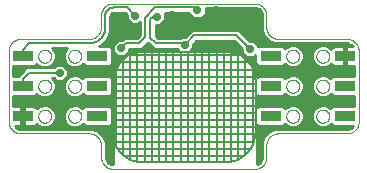
<source format=gbl>
G75*
%MOIN*%
%OFA0B0*%
%FSLAX25Y25*%
%IPPOS*%
%LPD*%
%AMOC8*
5,1,8,0,0,1.08239X$1,22.5*
%
%ADD10C,0.00000*%
%ADD11R,0.07087X0.03543*%
%ADD12OC8,0.02381*%
%ADD13C,0.00600*%
%ADD14C,0.01000*%
%ADD15OC8,0.02420*%
%ADD16C,0.00512*%
D10*
X0045791Y0032012D02*
X0045915Y0032010D01*
X0046038Y0032004D01*
X0046162Y0031995D01*
X0046284Y0031981D01*
X0046407Y0031964D01*
X0046529Y0031942D01*
X0046650Y0031917D01*
X0046770Y0031888D01*
X0046889Y0031856D01*
X0047008Y0031819D01*
X0047125Y0031779D01*
X0047240Y0031736D01*
X0047355Y0031688D01*
X0047467Y0031637D01*
X0047578Y0031583D01*
X0047688Y0031525D01*
X0047795Y0031464D01*
X0047901Y0031399D01*
X0048004Y0031331D01*
X0048105Y0031260D01*
X0048204Y0031186D01*
X0048301Y0031109D01*
X0048395Y0031028D01*
X0048486Y0030945D01*
X0048575Y0030859D01*
X0048661Y0030770D01*
X0048744Y0030679D01*
X0048825Y0030585D01*
X0048902Y0030488D01*
X0048976Y0030389D01*
X0049047Y0030288D01*
X0049115Y0030185D01*
X0049180Y0030079D01*
X0049241Y0029972D01*
X0049299Y0029862D01*
X0049353Y0029751D01*
X0049404Y0029639D01*
X0049452Y0029524D01*
X0049495Y0029409D01*
X0049535Y0029292D01*
X0049572Y0029173D01*
X0049604Y0029054D01*
X0049633Y0028934D01*
X0049658Y0028813D01*
X0049680Y0028691D01*
X0049697Y0028568D01*
X0049711Y0028446D01*
X0049720Y0028322D01*
X0049726Y0028199D01*
X0049728Y0028075D01*
X0049728Y0024138D01*
X0049730Y0024014D01*
X0049736Y0023891D01*
X0049745Y0023767D01*
X0049759Y0023645D01*
X0049776Y0023522D01*
X0049798Y0023400D01*
X0049823Y0023279D01*
X0049852Y0023159D01*
X0049884Y0023040D01*
X0049921Y0022921D01*
X0049961Y0022804D01*
X0050004Y0022689D01*
X0050052Y0022574D01*
X0050103Y0022462D01*
X0050157Y0022351D01*
X0050215Y0022241D01*
X0050276Y0022134D01*
X0050341Y0022028D01*
X0050409Y0021925D01*
X0050480Y0021824D01*
X0050554Y0021725D01*
X0050631Y0021628D01*
X0050712Y0021534D01*
X0050795Y0021443D01*
X0050881Y0021354D01*
X0050970Y0021268D01*
X0051061Y0021185D01*
X0051155Y0021104D01*
X0051252Y0021027D01*
X0051351Y0020953D01*
X0051452Y0020882D01*
X0051555Y0020814D01*
X0051661Y0020749D01*
X0051768Y0020688D01*
X0051878Y0020630D01*
X0051989Y0020576D01*
X0052101Y0020525D01*
X0052216Y0020477D01*
X0052331Y0020434D01*
X0052448Y0020394D01*
X0052567Y0020357D01*
X0052686Y0020325D01*
X0052806Y0020296D01*
X0052927Y0020271D01*
X0053049Y0020249D01*
X0053172Y0020232D01*
X0053294Y0020218D01*
X0053418Y0020209D01*
X0053541Y0020203D01*
X0053665Y0020201D01*
X0100909Y0020201D01*
X0101033Y0020203D01*
X0101156Y0020209D01*
X0101280Y0020218D01*
X0101402Y0020232D01*
X0101525Y0020249D01*
X0101647Y0020271D01*
X0101768Y0020296D01*
X0101888Y0020325D01*
X0102007Y0020357D01*
X0102126Y0020394D01*
X0102243Y0020434D01*
X0102358Y0020477D01*
X0102473Y0020525D01*
X0102585Y0020576D01*
X0102696Y0020630D01*
X0102806Y0020688D01*
X0102913Y0020749D01*
X0103019Y0020814D01*
X0103122Y0020882D01*
X0103223Y0020953D01*
X0103322Y0021027D01*
X0103419Y0021104D01*
X0103513Y0021185D01*
X0103604Y0021268D01*
X0103693Y0021354D01*
X0103779Y0021443D01*
X0103862Y0021534D01*
X0103943Y0021628D01*
X0104020Y0021725D01*
X0104094Y0021824D01*
X0104165Y0021925D01*
X0104233Y0022028D01*
X0104298Y0022134D01*
X0104359Y0022241D01*
X0104417Y0022351D01*
X0104471Y0022462D01*
X0104522Y0022574D01*
X0104570Y0022689D01*
X0104613Y0022804D01*
X0104653Y0022921D01*
X0104690Y0023040D01*
X0104722Y0023159D01*
X0104751Y0023279D01*
X0104776Y0023400D01*
X0104798Y0023522D01*
X0104815Y0023645D01*
X0104829Y0023767D01*
X0104838Y0023891D01*
X0104844Y0024014D01*
X0104846Y0024138D01*
X0104846Y0028075D01*
X0104848Y0028199D01*
X0104854Y0028322D01*
X0104863Y0028446D01*
X0104877Y0028568D01*
X0104894Y0028691D01*
X0104916Y0028813D01*
X0104941Y0028934D01*
X0104970Y0029054D01*
X0105002Y0029173D01*
X0105039Y0029292D01*
X0105079Y0029409D01*
X0105122Y0029524D01*
X0105170Y0029639D01*
X0105221Y0029751D01*
X0105275Y0029862D01*
X0105333Y0029972D01*
X0105394Y0030079D01*
X0105459Y0030185D01*
X0105527Y0030288D01*
X0105598Y0030389D01*
X0105672Y0030488D01*
X0105749Y0030585D01*
X0105830Y0030679D01*
X0105913Y0030770D01*
X0105999Y0030859D01*
X0106088Y0030945D01*
X0106179Y0031028D01*
X0106273Y0031109D01*
X0106370Y0031186D01*
X0106469Y0031260D01*
X0106570Y0031331D01*
X0106673Y0031399D01*
X0106779Y0031464D01*
X0106886Y0031525D01*
X0106996Y0031583D01*
X0107107Y0031637D01*
X0107219Y0031688D01*
X0107334Y0031736D01*
X0107449Y0031779D01*
X0107566Y0031819D01*
X0107685Y0031856D01*
X0107804Y0031888D01*
X0107924Y0031917D01*
X0108045Y0031942D01*
X0108167Y0031964D01*
X0108290Y0031981D01*
X0108412Y0031995D01*
X0108536Y0032004D01*
X0108659Y0032010D01*
X0108783Y0032012D01*
X0131674Y0032012D01*
X0131798Y0032014D01*
X0131921Y0032020D01*
X0132045Y0032029D01*
X0132167Y0032043D01*
X0132290Y0032060D01*
X0132412Y0032082D01*
X0132533Y0032107D01*
X0132653Y0032136D01*
X0132772Y0032168D01*
X0132891Y0032205D01*
X0133008Y0032245D01*
X0133123Y0032288D01*
X0133238Y0032336D01*
X0133350Y0032387D01*
X0133461Y0032441D01*
X0133571Y0032499D01*
X0133678Y0032560D01*
X0133784Y0032625D01*
X0133887Y0032693D01*
X0133988Y0032764D01*
X0134087Y0032838D01*
X0134184Y0032915D01*
X0134278Y0032996D01*
X0134369Y0033079D01*
X0134458Y0033165D01*
X0134544Y0033254D01*
X0134627Y0033345D01*
X0134708Y0033439D01*
X0134785Y0033536D01*
X0134859Y0033635D01*
X0134930Y0033736D01*
X0134998Y0033839D01*
X0135063Y0033945D01*
X0135124Y0034052D01*
X0135182Y0034162D01*
X0135236Y0034273D01*
X0135287Y0034385D01*
X0135335Y0034500D01*
X0135378Y0034615D01*
X0135418Y0034732D01*
X0135455Y0034851D01*
X0135487Y0034970D01*
X0135516Y0035090D01*
X0135541Y0035211D01*
X0135563Y0035333D01*
X0135580Y0035456D01*
X0135594Y0035578D01*
X0135603Y0035702D01*
X0135609Y0035825D01*
X0135611Y0035949D01*
X0135611Y0059571D01*
X0135609Y0059695D01*
X0135603Y0059818D01*
X0135594Y0059942D01*
X0135580Y0060064D01*
X0135563Y0060187D01*
X0135541Y0060309D01*
X0135516Y0060430D01*
X0135487Y0060550D01*
X0135455Y0060669D01*
X0135418Y0060788D01*
X0135378Y0060905D01*
X0135335Y0061020D01*
X0135287Y0061135D01*
X0135236Y0061247D01*
X0135182Y0061358D01*
X0135124Y0061468D01*
X0135063Y0061575D01*
X0134998Y0061681D01*
X0134930Y0061784D01*
X0134859Y0061885D01*
X0134785Y0061984D01*
X0134708Y0062081D01*
X0134627Y0062175D01*
X0134544Y0062266D01*
X0134458Y0062355D01*
X0134369Y0062441D01*
X0134278Y0062524D01*
X0134184Y0062605D01*
X0134087Y0062682D01*
X0133988Y0062756D01*
X0133887Y0062827D01*
X0133784Y0062895D01*
X0133678Y0062960D01*
X0133571Y0063021D01*
X0133461Y0063079D01*
X0133350Y0063133D01*
X0133238Y0063184D01*
X0133123Y0063232D01*
X0133008Y0063275D01*
X0132891Y0063315D01*
X0132772Y0063352D01*
X0132653Y0063384D01*
X0132533Y0063413D01*
X0132412Y0063438D01*
X0132290Y0063460D01*
X0132167Y0063477D01*
X0132045Y0063491D01*
X0131921Y0063500D01*
X0131798Y0063506D01*
X0131674Y0063508D01*
X0108783Y0063508D01*
X0108659Y0063510D01*
X0108536Y0063516D01*
X0108412Y0063525D01*
X0108290Y0063539D01*
X0108167Y0063556D01*
X0108045Y0063578D01*
X0107924Y0063603D01*
X0107804Y0063632D01*
X0107685Y0063664D01*
X0107566Y0063701D01*
X0107449Y0063741D01*
X0107334Y0063784D01*
X0107219Y0063832D01*
X0107107Y0063883D01*
X0106996Y0063937D01*
X0106886Y0063995D01*
X0106779Y0064056D01*
X0106673Y0064121D01*
X0106570Y0064189D01*
X0106469Y0064260D01*
X0106370Y0064334D01*
X0106273Y0064411D01*
X0106179Y0064492D01*
X0106088Y0064575D01*
X0105999Y0064661D01*
X0105913Y0064750D01*
X0105830Y0064841D01*
X0105749Y0064935D01*
X0105672Y0065032D01*
X0105598Y0065131D01*
X0105527Y0065232D01*
X0105459Y0065335D01*
X0105394Y0065441D01*
X0105333Y0065548D01*
X0105275Y0065658D01*
X0105221Y0065769D01*
X0105170Y0065881D01*
X0105122Y0065996D01*
X0105079Y0066111D01*
X0105039Y0066228D01*
X0105002Y0066347D01*
X0104970Y0066466D01*
X0104941Y0066586D01*
X0104916Y0066707D01*
X0104894Y0066829D01*
X0104877Y0066952D01*
X0104863Y0067074D01*
X0104854Y0067198D01*
X0104848Y0067321D01*
X0104846Y0067445D01*
X0104846Y0071382D01*
X0104844Y0071506D01*
X0104838Y0071629D01*
X0104829Y0071753D01*
X0104815Y0071875D01*
X0104798Y0071998D01*
X0104776Y0072120D01*
X0104751Y0072241D01*
X0104722Y0072361D01*
X0104690Y0072480D01*
X0104653Y0072599D01*
X0104613Y0072716D01*
X0104570Y0072831D01*
X0104522Y0072946D01*
X0104471Y0073058D01*
X0104417Y0073169D01*
X0104359Y0073279D01*
X0104298Y0073386D01*
X0104233Y0073492D01*
X0104165Y0073595D01*
X0104094Y0073696D01*
X0104020Y0073795D01*
X0103943Y0073892D01*
X0103862Y0073986D01*
X0103779Y0074077D01*
X0103693Y0074166D01*
X0103604Y0074252D01*
X0103513Y0074335D01*
X0103419Y0074416D01*
X0103322Y0074493D01*
X0103223Y0074567D01*
X0103122Y0074638D01*
X0103019Y0074706D01*
X0102913Y0074771D01*
X0102806Y0074832D01*
X0102696Y0074890D01*
X0102585Y0074944D01*
X0102473Y0074995D01*
X0102358Y0075043D01*
X0102243Y0075086D01*
X0102126Y0075126D01*
X0102007Y0075163D01*
X0101888Y0075195D01*
X0101768Y0075224D01*
X0101647Y0075249D01*
X0101525Y0075271D01*
X0101402Y0075288D01*
X0101280Y0075302D01*
X0101156Y0075311D01*
X0101033Y0075317D01*
X0100909Y0075319D01*
X0053665Y0075319D01*
X0053541Y0075317D01*
X0053418Y0075311D01*
X0053294Y0075302D01*
X0053172Y0075288D01*
X0053049Y0075271D01*
X0052927Y0075249D01*
X0052806Y0075224D01*
X0052686Y0075195D01*
X0052567Y0075163D01*
X0052448Y0075126D01*
X0052331Y0075086D01*
X0052216Y0075043D01*
X0052101Y0074995D01*
X0051989Y0074944D01*
X0051878Y0074890D01*
X0051768Y0074832D01*
X0051661Y0074771D01*
X0051555Y0074706D01*
X0051452Y0074638D01*
X0051351Y0074567D01*
X0051252Y0074493D01*
X0051155Y0074416D01*
X0051061Y0074335D01*
X0050970Y0074252D01*
X0050881Y0074166D01*
X0050795Y0074077D01*
X0050712Y0073986D01*
X0050631Y0073892D01*
X0050554Y0073795D01*
X0050480Y0073696D01*
X0050409Y0073595D01*
X0050341Y0073492D01*
X0050276Y0073386D01*
X0050215Y0073279D01*
X0050157Y0073169D01*
X0050103Y0073058D01*
X0050052Y0072946D01*
X0050004Y0072831D01*
X0049961Y0072716D01*
X0049921Y0072599D01*
X0049884Y0072480D01*
X0049852Y0072361D01*
X0049823Y0072241D01*
X0049798Y0072120D01*
X0049776Y0071998D01*
X0049759Y0071875D01*
X0049745Y0071753D01*
X0049736Y0071629D01*
X0049730Y0071506D01*
X0049728Y0071382D01*
X0049728Y0067445D01*
X0049726Y0067321D01*
X0049720Y0067198D01*
X0049711Y0067074D01*
X0049697Y0066952D01*
X0049680Y0066829D01*
X0049658Y0066707D01*
X0049633Y0066586D01*
X0049604Y0066466D01*
X0049572Y0066347D01*
X0049535Y0066228D01*
X0049495Y0066111D01*
X0049452Y0065996D01*
X0049404Y0065881D01*
X0049353Y0065769D01*
X0049299Y0065658D01*
X0049241Y0065548D01*
X0049180Y0065441D01*
X0049115Y0065335D01*
X0049047Y0065232D01*
X0048976Y0065131D01*
X0048902Y0065032D01*
X0048825Y0064935D01*
X0048744Y0064841D01*
X0048661Y0064750D01*
X0048575Y0064661D01*
X0048486Y0064575D01*
X0048395Y0064492D01*
X0048301Y0064411D01*
X0048204Y0064334D01*
X0048105Y0064260D01*
X0048004Y0064189D01*
X0047901Y0064121D01*
X0047795Y0064056D01*
X0047688Y0063995D01*
X0047578Y0063937D01*
X0047467Y0063883D01*
X0047355Y0063832D01*
X0047240Y0063784D01*
X0047125Y0063741D01*
X0047008Y0063701D01*
X0046889Y0063664D01*
X0046770Y0063632D01*
X0046650Y0063603D01*
X0046529Y0063578D01*
X0046407Y0063556D01*
X0046284Y0063539D01*
X0046162Y0063525D01*
X0046038Y0063516D01*
X0045915Y0063510D01*
X0045791Y0063508D01*
X0022901Y0063508D01*
X0022777Y0063506D01*
X0022654Y0063500D01*
X0022530Y0063491D01*
X0022408Y0063477D01*
X0022285Y0063460D01*
X0022163Y0063438D01*
X0022042Y0063413D01*
X0021922Y0063384D01*
X0021803Y0063352D01*
X0021684Y0063315D01*
X0021567Y0063275D01*
X0021452Y0063232D01*
X0021337Y0063184D01*
X0021225Y0063133D01*
X0021114Y0063079D01*
X0021004Y0063021D01*
X0020897Y0062960D01*
X0020791Y0062895D01*
X0020688Y0062827D01*
X0020587Y0062756D01*
X0020488Y0062682D01*
X0020391Y0062605D01*
X0020297Y0062524D01*
X0020206Y0062441D01*
X0020117Y0062355D01*
X0020031Y0062266D01*
X0019948Y0062175D01*
X0019867Y0062081D01*
X0019790Y0061984D01*
X0019716Y0061885D01*
X0019645Y0061784D01*
X0019577Y0061681D01*
X0019512Y0061575D01*
X0019451Y0061468D01*
X0019393Y0061358D01*
X0019339Y0061247D01*
X0019288Y0061135D01*
X0019240Y0061020D01*
X0019197Y0060905D01*
X0019157Y0060788D01*
X0019120Y0060669D01*
X0019088Y0060550D01*
X0019059Y0060430D01*
X0019034Y0060309D01*
X0019012Y0060187D01*
X0018995Y0060064D01*
X0018981Y0059942D01*
X0018972Y0059818D01*
X0018966Y0059695D01*
X0018964Y0059571D01*
X0018964Y0035949D01*
X0018966Y0035825D01*
X0018972Y0035702D01*
X0018981Y0035578D01*
X0018995Y0035456D01*
X0019012Y0035333D01*
X0019034Y0035211D01*
X0019059Y0035090D01*
X0019088Y0034970D01*
X0019120Y0034851D01*
X0019157Y0034732D01*
X0019197Y0034615D01*
X0019240Y0034500D01*
X0019288Y0034385D01*
X0019339Y0034273D01*
X0019393Y0034162D01*
X0019451Y0034052D01*
X0019512Y0033945D01*
X0019577Y0033839D01*
X0019645Y0033736D01*
X0019716Y0033635D01*
X0019790Y0033536D01*
X0019867Y0033439D01*
X0019948Y0033345D01*
X0020031Y0033254D01*
X0020117Y0033165D01*
X0020206Y0033079D01*
X0020297Y0032996D01*
X0020391Y0032915D01*
X0020488Y0032838D01*
X0020587Y0032764D01*
X0020688Y0032693D01*
X0020791Y0032625D01*
X0020897Y0032560D01*
X0021004Y0032499D01*
X0021114Y0032441D01*
X0021225Y0032387D01*
X0021337Y0032336D01*
X0021452Y0032288D01*
X0021567Y0032245D01*
X0021684Y0032205D01*
X0021803Y0032168D01*
X0021922Y0032136D01*
X0022042Y0032107D01*
X0022163Y0032082D01*
X0022285Y0032060D01*
X0022408Y0032043D01*
X0022530Y0032029D01*
X0022654Y0032020D01*
X0022777Y0032014D01*
X0022901Y0032012D01*
X0045791Y0032012D01*
X0038784Y0037760D02*
X0038786Y0037853D01*
X0038792Y0037945D01*
X0038802Y0038037D01*
X0038816Y0038128D01*
X0038833Y0038219D01*
X0038855Y0038309D01*
X0038880Y0038398D01*
X0038909Y0038486D01*
X0038942Y0038572D01*
X0038979Y0038657D01*
X0039019Y0038741D01*
X0039063Y0038822D01*
X0039110Y0038902D01*
X0039160Y0038980D01*
X0039214Y0039055D01*
X0039271Y0039128D01*
X0039331Y0039198D01*
X0039394Y0039266D01*
X0039460Y0039331D01*
X0039528Y0039393D01*
X0039599Y0039453D01*
X0039673Y0039509D01*
X0039749Y0039562D01*
X0039827Y0039611D01*
X0039907Y0039658D01*
X0039989Y0039700D01*
X0040073Y0039740D01*
X0040158Y0039775D01*
X0040245Y0039807D01*
X0040333Y0039836D01*
X0040422Y0039860D01*
X0040512Y0039881D01*
X0040603Y0039897D01*
X0040695Y0039910D01*
X0040787Y0039919D01*
X0040880Y0039924D01*
X0040972Y0039925D01*
X0041065Y0039922D01*
X0041157Y0039915D01*
X0041249Y0039904D01*
X0041340Y0039889D01*
X0041431Y0039871D01*
X0041521Y0039848D01*
X0041609Y0039822D01*
X0041697Y0039792D01*
X0041783Y0039758D01*
X0041867Y0039721D01*
X0041950Y0039679D01*
X0042031Y0039635D01*
X0042111Y0039587D01*
X0042188Y0039536D01*
X0042262Y0039481D01*
X0042335Y0039423D01*
X0042405Y0039363D01*
X0042472Y0039299D01*
X0042536Y0039233D01*
X0042598Y0039163D01*
X0042656Y0039092D01*
X0042711Y0039018D01*
X0042763Y0038941D01*
X0042812Y0038862D01*
X0042858Y0038782D01*
X0042900Y0038699D01*
X0042938Y0038615D01*
X0042973Y0038529D01*
X0043004Y0038442D01*
X0043031Y0038354D01*
X0043054Y0038264D01*
X0043074Y0038174D01*
X0043090Y0038083D01*
X0043102Y0037991D01*
X0043110Y0037899D01*
X0043114Y0037806D01*
X0043114Y0037714D01*
X0043110Y0037621D01*
X0043102Y0037529D01*
X0043090Y0037437D01*
X0043074Y0037346D01*
X0043054Y0037256D01*
X0043031Y0037166D01*
X0043004Y0037078D01*
X0042973Y0036991D01*
X0042938Y0036905D01*
X0042900Y0036821D01*
X0042858Y0036738D01*
X0042812Y0036658D01*
X0042763Y0036579D01*
X0042711Y0036502D01*
X0042656Y0036428D01*
X0042598Y0036357D01*
X0042536Y0036287D01*
X0042472Y0036221D01*
X0042405Y0036157D01*
X0042335Y0036097D01*
X0042262Y0036039D01*
X0042188Y0035984D01*
X0042111Y0035933D01*
X0042032Y0035885D01*
X0041950Y0035841D01*
X0041867Y0035799D01*
X0041783Y0035762D01*
X0041697Y0035728D01*
X0041609Y0035698D01*
X0041521Y0035672D01*
X0041431Y0035649D01*
X0041340Y0035631D01*
X0041249Y0035616D01*
X0041157Y0035605D01*
X0041065Y0035598D01*
X0040972Y0035595D01*
X0040880Y0035596D01*
X0040787Y0035601D01*
X0040695Y0035610D01*
X0040603Y0035623D01*
X0040512Y0035639D01*
X0040422Y0035660D01*
X0040333Y0035684D01*
X0040245Y0035713D01*
X0040158Y0035745D01*
X0040073Y0035780D01*
X0039989Y0035820D01*
X0039907Y0035862D01*
X0039827Y0035909D01*
X0039749Y0035958D01*
X0039673Y0036011D01*
X0039599Y0036067D01*
X0039528Y0036127D01*
X0039460Y0036189D01*
X0039394Y0036254D01*
X0039331Y0036322D01*
X0039271Y0036392D01*
X0039214Y0036465D01*
X0039160Y0036540D01*
X0039110Y0036618D01*
X0039063Y0036698D01*
X0039019Y0036779D01*
X0038979Y0036863D01*
X0038942Y0036948D01*
X0038909Y0037034D01*
X0038880Y0037122D01*
X0038855Y0037211D01*
X0038833Y0037301D01*
X0038816Y0037392D01*
X0038802Y0037483D01*
X0038792Y0037575D01*
X0038786Y0037667D01*
X0038784Y0037760D01*
X0028784Y0037760D02*
X0028786Y0037853D01*
X0028792Y0037945D01*
X0028802Y0038037D01*
X0028816Y0038128D01*
X0028833Y0038219D01*
X0028855Y0038309D01*
X0028880Y0038398D01*
X0028909Y0038486D01*
X0028942Y0038572D01*
X0028979Y0038657D01*
X0029019Y0038741D01*
X0029063Y0038822D01*
X0029110Y0038902D01*
X0029160Y0038980D01*
X0029214Y0039055D01*
X0029271Y0039128D01*
X0029331Y0039198D01*
X0029394Y0039266D01*
X0029460Y0039331D01*
X0029528Y0039393D01*
X0029599Y0039453D01*
X0029673Y0039509D01*
X0029749Y0039562D01*
X0029827Y0039611D01*
X0029907Y0039658D01*
X0029989Y0039700D01*
X0030073Y0039740D01*
X0030158Y0039775D01*
X0030245Y0039807D01*
X0030333Y0039836D01*
X0030422Y0039860D01*
X0030512Y0039881D01*
X0030603Y0039897D01*
X0030695Y0039910D01*
X0030787Y0039919D01*
X0030880Y0039924D01*
X0030972Y0039925D01*
X0031065Y0039922D01*
X0031157Y0039915D01*
X0031249Y0039904D01*
X0031340Y0039889D01*
X0031431Y0039871D01*
X0031521Y0039848D01*
X0031609Y0039822D01*
X0031697Y0039792D01*
X0031783Y0039758D01*
X0031867Y0039721D01*
X0031950Y0039679D01*
X0032031Y0039635D01*
X0032111Y0039587D01*
X0032188Y0039536D01*
X0032262Y0039481D01*
X0032335Y0039423D01*
X0032405Y0039363D01*
X0032472Y0039299D01*
X0032536Y0039233D01*
X0032598Y0039163D01*
X0032656Y0039092D01*
X0032711Y0039018D01*
X0032763Y0038941D01*
X0032812Y0038862D01*
X0032858Y0038782D01*
X0032900Y0038699D01*
X0032938Y0038615D01*
X0032973Y0038529D01*
X0033004Y0038442D01*
X0033031Y0038354D01*
X0033054Y0038264D01*
X0033074Y0038174D01*
X0033090Y0038083D01*
X0033102Y0037991D01*
X0033110Y0037899D01*
X0033114Y0037806D01*
X0033114Y0037714D01*
X0033110Y0037621D01*
X0033102Y0037529D01*
X0033090Y0037437D01*
X0033074Y0037346D01*
X0033054Y0037256D01*
X0033031Y0037166D01*
X0033004Y0037078D01*
X0032973Y0036991D01*
X0032938Y0036905D01*
X0032900Y0036821D01*
X0032858Y0036738D01*
X0032812Y0036658D01*
X0032763Y0036579D01*
X0032711Y0036502D01*
X0032656Y0036428D01*
X0032598Y0036357D01*
X0032536Y0036287D01*
X0032472Y0036221D01*
X0032405Y0036157D01*
X0032335Y0036097D01*
X0032262Y0036039D01*
X0032188Y0035984D01*
X0032111Y0035933D01*
X0032032Y0035885D01*
X0031950Y0035841D01*
X0031867Y0035799D01*
X0031783Y0035762D01*
X0031697Y0035728D01*
X0031609Y0035698D01*
X0031521Y0035672D01*
X0031431Y0035649D01*
X0031340Y0035631D01*
X0031249Y0035616D01*
X0031157Y0035605D01*
X0031065Y0035598D01*
X0030972Y0035595D01*
X0030880Y0035596D01*
X0030787Y0035601D01*
X0030695Y0035610D01*
X0030603Y0035623D01*
X0030512Y0035639D01*
X0030422Y0035660D01*
X0030333Y0035684D01*
X0030245Y0035713D01*
X0030158Y0035745D01*
X0030073Y0035780D01*
X0029989Y0035820D01*
X0029907Y0035862D01*
X0029827Y0035909D01*
X0029749Y0035958D01*
X0029673Y0036011D01*
X0029599Y0036067D01*
X0029528Y0036127D01*
X0029460Y0036189D01*
X0029394Y0036254D01*
X0029331Y0036322D01*
X0029271Y0036392D01*
X0029214Y0036465D01*
X0029160Y0036540D01*
X0029110Y0036618D01*
X0029063Y0036698D01*
X0029019Y0036779D01*
X0028979Y0036863D01*
X0028942Y0036948D01*
X0028909Y0037034D01*
X0028880Y0037122D01*
X0028855Y0037211D01*
X0028833Y0037301D01*
X0028816Y0037392D01*
X0028802Y0037483D01*
X0028792Y0037575D01*
X0028786Y0037667D01*
X0028784Y0037760D01*
X0028784Y0047760D02*
X0028786Y0047853D01*
X0028792Y0047945D01*
X0028802Y0048037D01*
X0028816Y0048128D01*
X0028833Y0048219D01*
X0028855Y0048309D01*
X0028880Y0048398D01*
X0028909Y0048486D01*
X0028942Y0048572D01*
X0028979Y0048657D01*
X0029019Y0048741D01*
X0029063Y0048822D01*
X0029110Y0048902D01*
X0029160Y0048980D01*
X0029214Y0049055D01*
X0029271Y0049128D01*
X0029331Y0049198D01*
X0029394Y0049266D01*
X0029460Y0049331D01*
X0029528Y0049393D01*
X0029599Y0049453D01*
X0029673Y0049509D01*
X0029749Y0049562D01*
X0029827Y0049611D01*
X0029907Y0049658D01*
X0029989Y0049700D01*
X0030073Y0049740D01*
X0030158Y0049775D01*
X0030245Y0049807D01*
X0030333Y0049836D01*
X0030422Y0049860D01*
X0030512Y0049881D01*
X0030603Y0049897D01*
X0030695Y0049910D01*
X0030787Y0049919D01*
X0030880Y0049924D01*
X0030972Y0049925D01*
X0031065Y0049922D01*
X0031157Y0049915D01*
X0031249Y0049904D01*
X0031340Y0049889D01*
X0031431Y0049871D01*
X0031521Y0049848D01*
X0031609Y0049822D01*
X0031697Y0049792D01*
X0031783Y0049758D01*
X0031867Y0049721D01*
X0031950Y0049679D01*
X0032031Y0049635D01*
X0032111Y0049587D01*
X0032188Y0049536D01*
X0032262Y0049481D01*
X0032335Y0049423D01*
X0032405Y0049363D01*
X0032472Y0049299D01*
X0032536Y0049233D01*
X0032598Y0049163D01*
X0032656Y0049092D01*
X0032711Y0049018D01*
X0032763Y0048941D01*
X0032812Y0048862D01*
X0032858Y0048782D01*
X0032900Y0048699D01*
X0032938Y0048615D01*
X0032973Y0048529D01*
X0033004Y0048442D01*
X0033031Y0048354D01*
X0033054Y0048264D01*
X0033074Y0048174D01*
X0033090Y0048083D01*
X0033102Y0047991D01*
X0033110Y0047899D01*
X0033114Y0047806D01*
X0033114Y0047714D01*
X0033110Y0047621D01*
X0033102Y0047529D01*
X0033090Y0047437D01*
X0033074Y0047346D01*
X0033054Y0047256D01*
X0033031Y0047166D01*
X0033004Y0047078D01*
X0032973Y0046991D01*
X0032938Y0046905D01*
X0032900Y0046821D01*
X0032858Y0046738D01*
X0032812Y0046658D01*
X0032763Y0046579D01*
X0032711Y0046502D01*
X0032656Y0046428D01*
X0032598Y0046357D01*
X0032536Y0046287D01*
X0032472Y0046221D01*
X0032405Y0046157D01*
X0032335Y0046097D01*
X0032262Y0046039D01*
X0032188Y0045984D01*
X0032111Y0045933D01*
X0032032Y0045885D01*
X0031950Y0045841D01*
X0031867Y0045799D01*
X0031783Y0045762D01*
X0031697Y0045728D01*
X0031609Y0045698D01*
X0031521Y0045672D01*
X0031431Y0045649D01*
X0031340Y0045631D01*
X0031249Y0045616D01*
X0031157Y0045605D01*
X0031065Y0045598D01*
X0030972Y0045595D01*
X0030880Y0045596D01*
X0030787Y0045601D01*
X0030695Y0045610D01*
X0030603Y0045623D01*
X0030512Y0045639D01*
X0030422Y0045660D01*
X0030333Y0045684D01*
X0030245Y0045713D01*
X0030158Y0045745D01*
X0030073Y0045780D01*
X0029989Y0045820D01*
X0029907Y0045862D01*
X0029827Y0045909D01*
X0029749Y0045958D01*
X0029673Y0046011D01*
X0029599Y0046067D01*
X0029528Y0046127D01*
X0029460Y0046189D01*
X0029394Y0046254D01*
X0029331Y0046322D01*
X0029271Y0046392D01*
X0029214Y0046465D01*
X0029160Y0046540D01*
X0029110Y0046618D01*
X0029063Y0046698D01*
X0029019Y0046779D01*
X0028979Y0046863D01*
X0028942Y0046948D01*
X0028909Y0047034D01*
X0028880Y0047122D01*
X0028855Y0047211D01*
X0028833Y0047301D01*
X0028816Y0047392D01*
X0028802Y0047483D01*
X0028792Y0047575D01*
X0028786Y0047667D01*
X0028784Y0047760D01*
X0038784Y0047760D02*
X0038786Y0047853D01*
X0038792Y0047945D01*
X0038802Y0048037D01*
X0038816Y0048128D01*
X0038833Y0048219D01*
X0038855Y0048309D01*
X0038880Y0048398D01*
X0038909Y0048486D01*
X0038942Y0048572D01*
X0038979Y0048657D01*
X0039019Y0048741D01*
X0039063Y0048822D01*
X0039110Y0048902D01*
X0039160Y0048980D01*
X0039214Y0049055D01*
X0039271Y0049128D01*
X0039331Y0049198D01*
X0039394Y0049266D01*
X0039460Y0049331D01*
X0039528Y0049393D01*
X0039599Y0049453D01*
X0039673Y0049509D01*
X0039749Y0049562D01*
X0039827Y0049611D01*
X0039907Y0049658D01*
X0039989Y0049700D01*
X0040073Y0049740D01*
X0040158Y0049775D01*
X0040245Y0049807D01*
X0040333Y0049836D01*
X0040422Y0049860D01*
X0040512Y0049881D01*
X0040603Y0049897D01*
X0040695Y0049910D01*
X0040787Y0049919D01*
X0040880Y0049924D01*
X0040972Y0049925D01*
X0041065Y0049922D01*
X0041157Y0049915D01*
X0041249Y0049904D01*
X0041340Y0049889D01*
X0041431Y0049871D01*
X0041521Y0049848D01*
X0041609Y0049822D01*
X0041697Y0049792D01*
X0041783Y0049758D01*
X0041867Y0049721D01*
X0041950Y0049679D01*
X0042031Y0049635D01*
X0042111Y0049587D01*
X0042188Y0049536D01*
X0042262Y0049481D01*
X0042335Y0049423D01*
X0042405Y0049363D01*
X0042472Y0049299D01*
X0042536Y0049233D01*
X0042598Y0049163D01*
X0042656Y0049092D01*
X0042711Y0049018D01*
X0042763Y0048941D01*
X0042812Y0048862D01*
X0042858Y0048782D01*
X0042900Y0048699D01*
X0042938Y0048615D01*
X0042973Y0048529D01*
X0043004Y0048442D01*
X0043031Y0048354D01*
X0043054Y0048264D01*
X0043074Y0048174D01*
X0043090Y0048083D01*
X0043102Y0047991D01*
X0043110Y0047899D01*
X0043114Y0047806D01*
X0043114Y0047714D01*
X0043110Y0047621D01*
X0043102Y0047529D01*
X0043090Y0047437D01*
X0043074Y0047346D01*
X0043054Y0047256D01*
X0043031Y0047166D01*
X0043004Y0047078D01*
X0042973Y0046991D01*
X0042938Y0046905D01*
X0042900Y0046821D01*
X0042858Y0046738D01*
X0042812Y0046658D01*
X0042763Y0046579D01*
X0042711Y0046502D01*
X0042656Y0046428D01*
X0042598Y0046357D01*
X0042536Y0046287D01*
X0042472Y0046221D01*
X0042405Y0046157D01*
X0042335Y0046097D01*
X0042262Y0046039D01*
X0042188Y0045984D01*
X0042111Y0045933D01*
X0042032Y0045885D01*
X0041950Y0045841D01*
X0041867Y0045799D01*
X0041783Y0045762D01*
X0041697Y0045728D01*
X0041609Y0045698D01*
X0041521Y0045672D01*
X0041431Y0045649D01*
X0041340Y0045631D01*
X0041249Y0045616D01*
X0041157Y0045605D01*
X0041065Y0045598D01*
X0040972Y0045595D01*
X0040880Y0045596D01*
X0040787Y0045601D01*
X0040695Y0045610D01*
X0040603Y0045623D01*
X0040512Y0045639D01*
X0040422Y0045660D01*
X0040333Y0045684D01*
X0040245Y0045713D01*
X0040158Y0045745D01*
X0040073Y0045780D01*
X0039989Y0045820D01*
X0039907Y0045862D01*
X0039827Y0045909D01*
X0039749Y0045958D01*
X0039673Y0046011D01*
X0039599Y0046067D01*
X0039528Y0046127D01*
X0039460Y0046189D01*
X0039394Y0046254D01*
X0039331Y0046322D01*
X0039271Y0046392D01*
X0039214Y0046465D01*
X0039160Y0046540D01*
X0039110Y0046618D01*
X0039063Y0046698D01*
X0039019Y0046779D01*
X0038979Y0046863D01*
X0038942Y0046948D01*
X0038909Y0047034D01*
X0038880Y0047122D01*
X0038855Y0047211D01*
X0038833Y0047301D01*
X0038816Y0047392D01*
X0038802Y0047483D01*
X0038792Y0047575D01*
X0038786Y0047667D01*
X0038784Y0047760D01*
X0038784Y0057760D02*
X0038786Y0057853D01*
X0038792Y0057945D01*
X0038802Y0058037D01*
X0038816Y0058128D01*
X0038833Y0058219D01*
X0038855Y0058309D01*
X0038880Y0058398D01*
X0038909Y0058486D01*
X0038942Y0058572D01*
X0038979Y0058657D01*
X0039019Y0058741D01*
X0039063Y0058822D01*
X0039110Y0058902D01*
X0039160Y0058980D01*
X0039214Y0059055D01*
X0039271Y0059128D01*
X0039331Y0059198D01*
X0039394Y0059266D01*
X0039460Y0059331D01*
X0039528Y0059393D01*
X0039599Y0059453D01*
X0039673Y0059509D01*
X0039749Y0059562D01*
X0039827Y0059611D01*
X0039907Y0059658D01*
X0039989Y0059700D01*
X0040073Y0059740D01*
X0040158Y0059775D01*
X0040245Y0059807D01*
X0040333Y0059836D01*
X0040422Y0059860D01*
X0040512Y0059881D01*
X0040603Y0059897D01*
X0040695Y0059910D01*
X0040787Y0059919D01*
X0040880Y0059924D01*
X0040972Y0059925D01*
X0041065Y0059922D01*
X0041157Y0059915D01*
X0041249Y0059904D01*
X0041340Y0059889D01*
X0041431Y0059871D01*
X0041521Y0059848D01*
X0041609Y0059822D01*
X0041697Y0059792D01*
X0041783Y0059758D01*
X0041867Y0059721D01*
X0041950Y0059679D01*
X0042031Y0059635D01*
X0042111Y0059587D01*
X0042188Y0059536D01*
X0042262Y0059481D01*
X0042335Y0059423D01*
X0042405Y0059363D01*
X0042472Y0059299D01*
X0042536Y0059233D01*
X0042598Y0059163D01*
X0042656Y0059092D01*
X0042711Y0059018D01*
X0042763Y0058941D01*
X0042812Y0058862D01*
X0042858Y0058782D01*
X0042900Y0058699D01*
X0042938Y0058615D01*
X0042973Y0058529D01*
X0043004Y0058442D01*
X0043031Y0058354D01*
X0043054Y0058264D01*
X0043074Y0058174D01*
X0043090Y0058083D01*
X0043102Y0057991D01*
X0043110Y0057899D01*
X0043114Y0057806D01*
X0043114Y0057714D01*
X0043110Y0057621D01*
X0043102Y0057529D01*
X0043090Y0057437D01*
X0043074Y0057346D01*
X0043054Y0057256D01*
X0043031Y0057166D01*
X0043004Y0057078D01*
X0042973Y0056991D01*
X0042938Y0056905D01*
X0042900Y0056821D01*
X0042858Y0056738D01*
X0042812Y0056658D01*
X0042763Y0056579D01*
X0042711Y0056502D01*
X0042656Y0056428D01*
X0042598Y0056357D01*
X0042536Y0056287D01*
X0042472Y0056221D01*
X0042405Y0056157D01*
X0042335Y0056097D01*
X0042262Y0056039D01*
X0042188Y0055984D01*
X0042111Y0055933D01*
X0042032Y0055885D01*
X0041950Y0055841D01*
X0041867Y0055799D01*
X0041783Y0055762D01*
X0041697Y0055728D01*
X0041609Y0055698D01*
X0041521Y0055672D01*
X0041431Y0055649D01*
X0041340Y0055631D01*
X0041249Y0055616D01*
X0041157Y0055605D01*
X0041065Y0055598D01*
X0040972Y0055595D01*
X0040880Y0055596D01*
X0040787Y0055601D01*
X0040695Y0055610D01*
X0040603Y0055623D01*
X0040512Y0055639D01*
X0040422Y0055660D01*
X0040333Y0055684D01*
X0040245Y0055713D01*
X0040158Y0055745D01*
X0040073Y0055780D01*
X0039989Y0055820D01*
X0039907Y0055862D01*
X0039827Y0055909D01*
X0039749Y0055958D01*
X0039673Y0056011D01*
X0039599Y0056067D01*
X0039528Y0056127D01*
X0039460Y0056189D01*
X0039394Y0056254D01*
X0039331Y0056322D01*
X0039271Y0056392D01*
X0039214Y0056465D01*
X0039160Y0056540D01*
X0039110Y0056618D01*
X0039063Y0056698D01*
X0039019Y0056779D01*
X0038979Y0056863D01*
X0038942Y0056948D01*
X0038909Y0057034D01*
X0038880Y0057122D01*
X0038855Y0057211D01*
X0038833Y0057301D01*
X0038816Y0057392D01*
X0038802Y0057483D01*
X0038792Y0057575D01*
X0038786Y0057667D01*
X0038784Y0057760D01*
X0028784Y0057760D02*
X0028786Y0057853D01*
X0028792Y0057945D01*
X0028802Y0058037D01*
X0028816Y0058128D01*
X0028833Y0058219D01*
X0028855Y0058309D01*
X0028880Y0058398D01*
X0028909Y0058486D01*
X0028942Y0058572D01*
X0028979Y0058657D01*
X0029019Y0058741D01*
X0029063Y0058822D01*
X0029110Y0058902D01*
X0029160Y0058980D01*
X0029214Y0059055D01*
X0029271Y0059128D01*
X0029331Y0059198D01*
X0029394Y0059266D01*
X0029460Y0059331D01*
X0029528Y0059393D01*
X0029599Y0059453D01*
X0029673Y0059509D01*
X0029749Y0059562D01*
X0029827Y0059611D01*
X0029907Y0059658D01*
X0029989Y0059700D01*
X0030073Y0059740D01*
X0030158Y0059775D01*
X0030245Y0059807D01*
X0030333Y0059836D01*
X0030422Y0059860D01*
X0030512Y0059881D01*
X0030603Y0059897D01*
X0030695Y0059910D01*
X0030787Y0059919D01*
X0030880Y0059924D01*
X0030972Y0059925D01*
X0031065Y0059922D01*
X0031157Y0059915D01*
X0031249Y0059904D01*
X0031340Y0059889D01*
X0031431Y0059871D01*
X0031521Y0059848D01*
X0031609Y0059822D01*
X0031697Y0059792D01*
X0031783Y0059758D01*
X0031867Y0059721D01*
X0031950Y0059679D01*
X0032031Y0059635D01*
X0032111Y0059587D01*
X0032188Y0059536D01*
X0032262Y0059481D01*
X0032335Y0059423D01*
X0032405Y0059363D01*
X0032472Y0059299D01*
X0032536Y0059233D01*
X0032598Y0059163D01*
X0032656Y0059092D01*
X0032711Y0059018D01*
X0032763Y0058941D01*
X0032812Y0058862D01*
X0032858Y0058782D01*
X0032900Y0058699D01*
X0032938Y0058615D01*
X0032973Y0058529D01*
X0033004Y0058442D01*
X0033031Y0058354D01*
X0033054Y0058264D01*
X0033074Y0058174D01*
X0033090Y0058083D01*
X0033102Y0057991D01*
X0033110Y0057899D01*
X0033114Y0057806D01*
X0033114Y0057714D01*
X0033110Y0057621D01*
X0033102Y0057529D01*
X0033090Y0057437D01*
X0033074Y0057346D01*
X0033054Y0057256D01*
X0033031Y0057166D01*
X0033004Y0057078D01*
X0032973Y0056991D01*
X0032938Y0056905D01*
X0032900Y0056821D01*
X0032858Y0056738D01*
X0032812Y0056658D01*
X0032763Y0056579D01*
X0032711Y0056502D01*
X0032656Y0056428D01*
X0032598Y0056357D01*
X0032536Y0056287D01*
X0032472Y0056221D01*
X0032405Y0056157D01*
X0032335Y0056097D01*
X0032262Y0056039D01*
X0032188Y0055984D01*
X0032111Y0055933D01*
X0032032Y0055885D01*
X0031950Y0055841D01*
X0031867Y0055799D01*
X0031783Y0055762D01*
X0031697Y0055728D01*
X0031609Y0055698D01*
X0031521Y0055672D01*
X0031431Y0055649D01*
X0031340Y0055631D01*
X0031249Y0055616D01*
X0031157Y0055605D01*
X0031065Y0055598D01*
X0030972Y0055595D01*
X0030880Y0055596D01*
X0030787Y0055601D01*
X0030695Y0055610D01*
X0030603Y0055623D01*
X0030512Y0055639D01*
X0030422Y0055660D01*
X0030333Y0055684D01*
X0030245Y0055713D01*
X0030158Y0055745D01*
X0030073Y0055780D01*
X0029989Y0055820D01*
X0029907Y0055862D01*
X0029827Y0055909D01*
X0029749Y0055958D01*
X0029673Y0056011D01*
X0029599Y0056067D01*
X0029528Y0056127D01*
X0029460Y0056189D01*
X0029394Y0056254D01*
X0029331Y0056322D01*
X0029271Y0056392D01*
X0029214Y0056465D01*
X0029160Y0056540D01*
X0029110Y0056618D01*
X0029063Y0056698D01*
X0029019Y0056779D01*
X0028979Y0056863D01*
X0028942Y0056948D01*
X0028909Y0057034D01*
X0028880Y0057122D01*
X0028855Y0057211D01*
X0028833Y0057301D01*
X0028816Y0057392D01*
X0028802Y0057483D01*
X0028792Y0057575D01*
X0028786Y0057667D01*
X0028784Y0057760D01*
X0111461Y0057760D02*
X0111463Y0057853D01*
X0111469Y0057945D01*
X0111479Y0058037D01*
X0111493Y0058128D01*
X0111510Y0058219D01*
X0111532Y0058309D01*
X0111557Y0058398D01*
X0111586Y0058486D01*
X0111619Y0058572D01*
X0111656Y0058657D01*
X0111696Y0058741D01*
X0111740Y0058822D01*
X0111787Y0058902D01*
X0111837Y0058980D01*
X0111891Y0059055D01*
X0111948Y0059128D01*
X0112008Y0059198D01*
X0112071Y0059266D01*
X0112137Y0059331D01*
X0112205Y0059393D01*
X0112276Y0059453D01*
X0112350Y0059509D01*
X0112426Y0059562D01*
X0112504Y0059611D01*
X0112584Y0059658D01*
X0112666Y0059700D01*
X0112750Y0059740D01*
X0112835Y0059775D01*
X0112922Y0059807D01*
X0113010Y0059836D01*
X0113099Y0059860D01*
X0113189Y0059881D01*
X0113280Y0059897D01*
X0113372Y0059910D01*
X0113464Y0059919D01*
X0113557Y0059924D01*
X0113649Y0059925D01*
X0113742Y0059922D01*
X0113834Y0059915D01*
X0113926Y0059904D01*
X0114017Y0059889D01*
X0114108Y0059871D01*
X0114198Y0059848D01*
X0114286Y0059822D01*
X0114374Y0059792D01*
X0114460Y0059758D01*
X0114544Y0059721D01*
X0114627Y0059679D01*
X0114708Y0059635D01*
X0114788Y0059587D01*
X0114865Y0059536D01*
X0114939Y0059481D01*
X0115012Y0059423D01*
X0115082Y0059363D01*
X0115149Y0059299D01*
X0115213Y0059233D01*
X0115275Y0059163D01*
X0115333Y0059092D01*
X0115388Y0059018D01*
X0115440Y0058941D01*
X0115489Y0058862D01*
X0115535Y0058782D01*
X0115577Y0058699D01*
X0115615Y0058615D01*
X0115650Y0058529D01*
X0115681Y0058442D01*
X0115708Y0058354D01*
X0115731Y0058264D01*
X0115751Y0058174D01*
X0115767Y0058083D01*
X0115779Y0057991D01*
X0115787Y0057899D01*
X0115791Y0057806D01*
X0115791Y0057714D01*
X0115787Y0057621D01*
X0115779Y0057529D01*
X0115767Y0057437D01*
X0115751Y0057346D01*
X0115731Y0057256D01*
X0115708Y0057166D01*
X0115681Y0057078D01*
X0115650Y0056991D01*
X0115615Y0056905D01*
X0115577Y0056821D01*
X0115535Y0056738D01*
X0115489Y0056658D01*
X0115440Y0056579D01*
X0115388Y0056502D01*
X0115333Y0056428D01*
X0115275Y0056357D01*
X0115213Y0056287D01*
X0115149Y0056221D01*
X0115082Y0056157D01*
X0115012Y0056097D01*
X0114939Y0056039D01*
X0114865Y0055984D01*
X0114788Y0055933D01*
X0114709Y0055885D01*
X0114627Y0055841D01*
X0114544Y0055799D01*
X0114460Y0055762D01*
X0114374Y0055728D01*
X0114286Y0055698D01*
X0114198Y0055672D01*
X0114108Y0055649D01*
X0114017Y0055631D01*
X0113926Y0055616D01*
X0113834Y0055605D01*
X0113742Y0055598D01*
X0113649Y0055595D01*
X0113557Y0055596D01*
X0113464Y0055601D01*
X0113372Y0055610D01*
X0113280Y0055623D01*
X0113189Y0055639D01*
X0113099Y0055660D01*
X0113010Y0055684D01*
X0112922Y0055713D01*
X0112835Y0055745D01*
X0112750Y0055780D01*
X0112666Y0055820D01*
X0112584Y0055862D01*
X0112504Y0055909D01*
X0112426Y0055958D01*
X0112350Y0056011D01*
X0112276Y0056067D01*
X0112205Y0056127D01*
X0112137Y0056189D01*
X0112071Y0056254D01*
X0112008Y0056322D01*
X0111948Y0056392D01*
X0111891Y0056465D01*
X0111837Y0056540D01*
X0111787Y0056618D01*
X0111740Y0056698D01*
X0111696Y0056779D01*
X0111656Y0056863D01*
X0111619Y0056948D01*
X0111586Y0057034D01*
X0111557Y0057122D01*
X0111532Y0057211D01*
X0111510Y0057301D01*
X0111493Y0057392D01*
X0111479Y0057483D01*
X0111469Y0057575D01*
X0111463Y0057667D01*
X0111461Y0057760D01*
X0121461Y0057760D02*
X0121463Y0057853D01*
X0121469Y0057945D01*
X0121479Y0058037D01*
X0121493Y0058128D01*
X0121510Y0058219D01*
X0121532Y0058309D01*
X0121557Y0058398D01*
X0121586Y0058486D01*
X0121619Y0058572D01*
X0121656Y0058657D01*
X0121696Y0058741D01*
X0121740Y0058822D01*
X0121787Y0058902D01*
X0121837Y0058980D01*
X0121891Y0059055D01*
X0121948Y0059128D01*
X0122008Y0059198D01*
X0122071Y0059266D01*
X0122137Y0059331D01*
X0122205Y0059393D01*
X0122276Y0059453D01*
X0122350Y0059509D01*
X0122426Y0059562D01*
X0122504Y0059611D01*
X0122584Y0059658D01*
X0122666Y0059700D01*
X0122750Y0059740D01*
X0122835Y0059775D01*
X0122922Y0059807D01*
X0123010Y0059836D01*
X0123099Y0059860D01*
X0123189Y0059881D01*
X0123280Y0059897D01*
X0123372Y0059910D01*
X0123464Y0059919D01*
X0123557Y0059924D01*
X0123649Y0059925D01*
X0123742Y0059922D01*
X0123834Y0059915D01*
X0123926Y0059904D01*
X0124017Y0059889D01*
X0124108Y0059871D01*
X0124198Y0059848D01*
X0124286Y0059822D01*
X0124374Y0059792D01*
X0124460Y0059758D01*
X0124544Y0059721D01*
X0124627Y0059679D01*
X0124708Y0059635D01*
X0124788Y0059587D01*
X0124865Y0059536D01*
X0124939Y0059481D01*
X0125012Y0059423D01*
X0125082Y0059363D01*
X0125149Y0059299D01*
X0125213Y0059233D01*
X0125275Y0059163D01*
X0125333Y0059092D01*
X0125388Y0059018D01*
X0125440Y0058941D01*
X0125489Y0058862D01*
X0125535Y0058782D01*
X0125577Y0058699D01*
X0125615Y0058615D01*
X0125650Y0058529D01*
X0125681Y0058442D01*
X0125708Y0058354D01*
X0125731Y0058264D01*
X0125751Y0058174D01*
X0125767Y0058083D01*
X0125779Y0057991D01*
X0125787Y0057899D01*
X0125791Y0057806D01*
X0125791Y0057714D01*
X0125787Y0057621D01*
X0125779Y0057529D01*
X0125767Y0057437D01*
X0125751Y0057346D01*
X0125731Y0057256D01*
X0125708Y0057166D01*
X0125681Y0057078D01*
X0125650Y0056991D01*
X0125615Y0056905D01*
X0125577Y0056821D01*
X0125535Y0056738D01*
X0125489Y0056658D01*
X0125440Y0056579D01*
X0125388Y0056502D01*
X0125333Y0056428D01*
X0125275Y0056357D01*
X0125213Y0056287D01*
X0125149Y0056221D01*
X0125082Y0056157D01*
X0125012Y0056097D01*
X0124939Y0056039D01*
X0124865Y0055984D01*
X0124788Y0055933D01*
X0124709Y0055885D01*
X0124627Y0055841D01*
X0124544Y0055799D01*
X0124460Y0055762D01*
X0124374Y0055728D01*
X0124286Y0055698D01*
X0124198Y0055672D01*
X0124108Y0055649D01*
X0124017Y0055631D01*
X0123926Y0055616D01*
X0123834Y0055605D01*
X0123742Y0055598D01*
X0123649Y0055595D01*
X0123557Y0055596D01*
X0123464Y0055601D01*
X0123372Y0055610D01*
X0123280Y0055623D01*
X0123189Y0055639D01*
X0123099Y0055660D01*
X0123010Y0055684D01*
X0122922Y0055713D01*
X0122835Y0055745D01*
X0122750Y0055780D01*
X0122666Y0055820D01*
X0122584Y0055862D01*
X0122504Y0055909D01*
X0122426Y0055958D01*
X0122350Y0056011D01*
X0122276Y0056067D01*
X0122205Y0056127D01*
X0122137Y0056189D01*
X0122071Y0056254D01*
X0122008Y0056322D01*
X0121948Y0056392D01*
X0121891Y0056465D01*
X0121837Y0056540D01*
X0121787Y0056618D01*
X0121740Y0056698D01*
X0121696Y0056779D01*
X0121656Y0056863D01*
X0121619Y0056948D01*
X0121586Y0057034D01*
X0121557Y0057122D01*
X0121532Y0057211D01*
X0121510Y0057301D01*
X0121493Y0057392D01*
X0121479Y0057483D01*
X0121469Y0057575D01*
X0121463Y0057667D01*
X0121461Y0057760D01*
X0121461Y0047760D02*
X0121463Y0047853D01*
X0121469Y0047945D01*
X0121479Y0048037D01*
X0121493Y0048128D01*
X0121510Y0048219D01*
X0121532Y0048309D01*
X0121557Y0048398D01*
X0121586Y0048486D01*
X0121619Y0048572D01*
X0121656Y0048657D01*
X0121696Y0048741D01*
X0121740Y0048822D01*
X0121787Y0048902D01*
X0121837Y0048980D01*
X0121891Y0049055D01*
X0121948Y0049128D01*
X0122008Y0049198D01*
X0122071Y0049266D01*
X0122137Y0049331D01*
X0122205Y0049393D01*
X0122276Y0049453D01*
X0122350Y0049509D01*
X0122426Y0049562D01*
X0122504Y0049611D01*
X0122584Y0049658D01*
X0122666Y0049700D01*
X0122750Y0049740D01*
X0122835Y0049775D01*
X0122922Y0049807D01*
X0123010Y0049836D01*
X0123099Y0049860D01*
X0123189Y0049881D01*
X0123280Y0049897D01*
X0123372Y0049910D01*
X0123464Y0049919D01*
X0123557Y0049924D01*
X0123649Y0049925D01*
X0123742Y0049922D01*
X0123834Y0049915D01*
X0123926Y0049904D01*
X0124017Y0049889D01*
X0124108Y0049871D01*
X0124198Y0049848D01*
X0124286Y0049822D01*
X0124374Y0049792D01*
X0124460Y0049758D01*
X0124544Y0049721D01*
X0124627Y0049679D01*
X0124708Y0049635D01*
X0124788Y0049587D01*
X0124865Y0049536D01*
X0124939Y0049481D01*
X0125012Y0049423D01*
X0125082Y0049363D01*
X0125149Y0049299D01*
X0125213Y0049233D01*
X0125275Y0049163D01*
X0125333Y0049092D01*
X0125388Y0049018D01*
X0125440Y0048941D01*
X0125489Y0048862D01*
X0125535Y0048782D01*
X0125577Y0048699D01*
X0125615Y0048615D01*
X0125650Y0048529D01*
X0125681Y0048442D01*
X0125708Y0048354D01*
X0125731Y0048264D01*
X0125751Y0048174D01*
X0125767Y0048083D01*
X0125779Y0047991D01*
X0125787Y0047899D01*
X0125791Y0047806D01*
X0125791Y0047714D01*
X0125787Y0047621D01*
X0125779Y0047529D01*
X0125767Y0047437D01*
X0125751Y0047346D01*
X0125731Y0047256D01*
X0125708Y0047166D01*
X0125681Y0047078D01*
X0125650Y0046991D01*
X0125615Y0046905D01*
X0125577Y0046821D01*
X0125535Y0046738D01*
X0125489Y0046658D01*
X0125440Y0046579D01*
X0125388Y0046502D01*
X0125333Y0046428D01*
X0125275Y0046357D01*
X0125213Y0046287D01*
X0125149Y0046221D01*
X0125082Y0046157D01*
X0125012Y0046097D01*
X0124939Y0046039D01*
X0124865Y0045984D01*
X0124788Y0045933D01*
X0124709Y0045885D01*
X0124627Y0045841D01*
X0124544Y0045799D01*
X0124460Y0045762D01*
X0124374Y0045728D01*
X0124286Y0045698D01*
X0124198Y0045672D01*
X0124108Y0045649D01*
X0124017Y0045631D01*
X0123926Y0045616D01*
X0123834Y0045605D01*
X0123742Y0045598D01*
X0123649Y0045595D01*
X0123557Y0045596D01*
X0123464Y0045601D01*
X0123372Y0045610D01*
X0123280Y0045623D01*
X0123189Y0045639D01*
X0123099Y0045660D01*
X0123010Y0045684D01*
X0122922Y0045713D01*
X0122835Y0045745D01*
X0122750Y0045780D01*
X0122666Y0045820D01*
X0122584Y0045862D01*
X0122504Y0045909D01*
X0122426Y0045958D01*
X0122350Y0046011D01*
X0122276Y0046067D01*
X0122205Y0046127D01*
X0122137Y0046189D01*
X0122071Y0046254D01*
X0122008Y0046322D01*
X0121948Y0046392D01*
X0121891Y0046465D01*
X0121837Y0046540D01*
X0121787Y0046618D01*
X0121740Y0046698D01*
X0121696Y0046779D01*
X0121656Y0046863D01*
X0121619Y0046948D01*
X0121586Y0047034D01*
X0121557Y0047122D01*
X0121532Y0047211D01*
X0121510Y0047301D01*
X0121493Y0047392D01*
X0121479Y0047483D01*
X0121469Y0047575D01*
X0121463Y0047667D01*
X0121461Y0047760D01*
X0111461Y0047760D02*
X0111463Y0047853D01*
X0111469Y0047945D01*
X0111479Y0048037D01*
X0111493Y0048128D01*
X0111510Y0048219D01*
X0111532Y0048309D01*
X0111557Y0048398D01*
X0111586Y0048486D01*
X0111619Y0048572D01*
X0111656Y0048657D01*
X0111696Y0048741D01*
X0111740Y0048822D01*
X0111787Y0048902D01*
X0111837Y0048980D01*
X0111891Y0049055D01*
X0111948Y0049128D01*
X0112008Y0049198D01*
X0112071Y0049266D01*
X0112137Y0049331D01*
X0112205Y0049393D01*
X0112276Y0049453D01*
X0112350Y0049509D01*
X0112426Y0049562D01*
X0112504Y0049611D01*
X0112584Y0049658D01*
X0112666Y0049700D01*
X0112750Y0049740D01*
X0112835Y0049775D01*
X0112922Y0049807D01*
X0113010Y0049836D01*
X0113099Y0049860D01*
X0113189Y0049881D01*
X0113280Y0049897D01*
X0113372Y0049910D01*
X0113464Y0049919D01*
X0113557Y0049924D01*
X0113649Y0049925D01*
X0113742Y0049922D01*
X0113834Y0049915D01*
X0113926Y0049904D01*
X0114017Y0049889D01*
X0114108Y0049871D01*
X0114198Y0049848D01*
X0114286Y0049822D01*
X0114374Y0049792D01*
X0114460Y0049758D01*
X0114544Y0049721D01*
X0114627Y0049679D01*
X0114708Y0049635D01*
X0114788Y0049587D01*
X0114865Y0049536D01*
X0114939Y0049481D01*
X0115012Y0049423D01*
X0115082Y0049363D01*
X0115149Y0049299D01*
X0115213Y0049233D01*
X0115275Y0049163D01*
X0115333Y0049092D01*
X0115388Y0049018D01*
X0115440Y0048941D01*
X0115489Y0048862D01*
X0115535Y0048782D01*
X0115577Y0048699D01*
X0115615Y0048615D01*
X0115650Y0048529D01*
X0115681Y0048442D01*
X0115708Y0048354D01*
X0115731Y0048264D01*
X0115751Y0048174D01*
X0115767Y0048083D01*
X0115779Y0047991D01*
X0115787Y0047899D01*
X0115791Y0047806D01*
X0115791Y0047714D01*
X0115787Y0047621D01*
X0115779Y0047529D01*
X0115767Y0047437D01*
X0115751Y0047346D01*
X0115731Y0047256D01*
X0115708Y0047166D01*
X0115681Y0047078D01*
X0115650Y0046991D01*
X0115615Y0046905D01*
X0115577Y0046821D01*
X0115535Y0046738D01*
X0115489Y0046658D01*
X0115440Y0046579D01*
X0115388Y0046502D01*
X0115333Y0046428D01*
X0115275Y0046357D01*
X0115213Y0046287D01*
X0115149Y0046221D01*
X0115082Y0046157D01*
X0115012Y0046097D01*
X0114939Y0046039D01*
X0114865Y0045984D01*
X0114788Y0045933D01*
X0114709Y0045885D01*
X0114627Y0045841D01*
X0114544Y0045799D01*
X0114460Y0045762D01*
X0114374Y0045728D01*
X0114286Y0045698D01*
X0114198Y0045672D01*
X0114108Y0045649D01*
X0114017Y0045631D01*
X0113926Y0045616D01*
X0113834Y0045605D01*
X0113742Y0045598D01*
X0113649Y0045595D01*
X0113557Y0045596D01*
X0113464Y0045601D01*
X0113372Y0045610D01*
X0113280Y0045623D01*
X0113189Y0045639D01*
X0113099Y0045660D01*
X0113010Y0045684D01*
X0112922Y0045713D01*
X0112835Y0045745D01*
X0112750Y0045780D01*
X0112666Y0045820D01*
X0112584Y0045862D01*
X0112504Y0045909D01*
X0112426Y0045958D01*
X0112350Y0046011D01*
X0112276Y0046067D01*
X0112205Y0046127D01*
X0112137Y0046189D01*
X0112071Y0046254D01*
X0112008Y0046322D01*
X0111948Y0046392D01*
X0111891Y0046465D01*
X0111837Y0046540D01*
X0111787Y0046618D01*
X0111740Y0046698D01*
X0111696Y0046779D01*
X0111656Y0046863D01*
X0111619Y0046948D01*
X0111586Y0047034D01*
X0111557Y0047122D01*
X0111532Y0047211D01*
X0111510Y0047301D01*
X0111493Y0047392D01*
X0111479Y0047483D01*
X0111469Y0047575D01*
X0111463Y0047667D01*
X0111461Y0047760D01*
X0111461Y0037760D02*
X0111463Y0037853D01*
X0111469Y0037945D01*
X0111479Y0038037D01*
X0111493Y0038128D01*
X0111510Y0038219D01*
X0111532Y0038309D01*
X0111557Y0038398D01*
X0111586Y0038486D01*
X0111619Y0038572D01*
X0111656Y0038657D01*
X0111696Y0038741D01*
X0111740Y0038822D01*
X0111787Y0038902D01*
X0111837Y0038980D01*
X0111891Y0039055D01*
X0111948Y0039128D01*
X0112008Y0039198D01*
X0112071Y0039266D01*
X0112137Y0039331D01*
X0112205Y0039393D01*
X0112276Y0039453D01*
X0112350Y0039509D01*
X0112426Y0039562D01*
X0112504Y0039611D01*
X0112584Y0039658D01*
X0112666Y0039700D01*
X0112750Y0039740D01*
X0112835Y0039775D01*
X0112922Y0039807D01*
X0113010Y0039836D01*
X0113099Y0039860D01*
X0113189Y0039881D01*
X0113280Y0039897D01*
X0113372Y0039910D01*
X0113464Y0039919D01*
X0113557Y0039924D01*
X0113649Y0039925D01*
X0113742Y0039922D01*
X0113834Y0039915D01*
X0113926Y0039904D01*
X0114017Y0039889D01*
X0114108Y0039871D01*
X0114198Y0039848D01*
X0114286Y0039822D01*
X0114374Y0039792D01*
X0114460Y0039758D01*
X0114544Y0039721D01*
X0114627Y0039679D01*
X0114708Y0039635D01*
X0114788Y0039587D01*
X0114865Y0039536D01*
X0114939Y0039481D01*
X0115012Y0039423D01*
X0115082Y0039363D01*
X0115149Y0039299D01*
X0115213Y0039233D01*
X0115275Y0039163D01*
X0115333Y0039092D01*
X0115388Y0039018D01*
X0115440Y0038941D01*
X0115489Y0038862D01*
X0115535Y0038782D01*
X0115577Y0038699D01*
X0115615Y0038615D01*
X0115650Y0038529D01*
X0115681Y0038442D01*
X0115708Y0038354D01*
X0115731Y0038264D01*
X0115751Y0038174D01*
X0115767Y0038083D01*
X0115779Y0037991D01*
X0115787Y0037899D01*
X0115791Y0037806D01*
X0115791Y0037714D01*
X0115787Y0037621D01*
X0115779Y0037529D01*
X0115767Y0037437D01*
X0115751Y0037346D01*
X0115731Y0037256D01*
X0115708Y0037166D01*
X0115681Y0037078D01*
X0115650Y0036991D01*
X0115615Y0036905D01*
X0115577Y0036821D01*
X0115535Y0036738D01*
X0115489Y0036658D01*
X0115440Y0036579D01*
X0115388Y0036502D01*
X0115333Y0036428D01*
X0115275Y0036357D01*
X0115213Y0036287D01*
X0115149Y0036221D01*
X0115082Y0036157D01*
X0115012Y0036097D01*
X0114939Y0036039D01*
X0114865Y0035984D01*
X0114788Y0035933D01*
X0114709Y0035885D01*
X0114627Y0035841D01*
X0114544Y0035799D01*
X0114460Y0035762D01*
X0114374Y0035728D01*
X0114286Y0035698D01*
X0114198Y0035672D01*
X0114108Y0035649D01*
X0114017Y0035631D01*
X0113926Y0035616D01*
X0113834Y0035605D01*
X0113742Y0035598D01*
X0113649Y0035595D01*
X0113557Y0035596D01*
X0113464Y0035601D01*
X0113372Y0035610D01*
X0113280Y0035623D01*
X0113189Y0035639D01*
X0113099Y0035660D01*
X0113010Y0035684D01*
X0112922Y0035713D01*
X0112835Y0035745D01*
X0112750Y0035780D01*
X0112666Y0035820D01*
X0112584Y0035862D01*
X0112504Y0035909D01*
X0112426Y0035958D01*
X0112350Y0036011D01*
X0112276Y0036067D01*
X0112205Y0036127D01*
X0112137Y0036189D01*
X0112071Y0036254D01*
X0112008Y0036322D01*
X0111948Y0036392D01*
X0111891Y0036465D01*
X0111837Y0036540D01*
X0111787Y0036618D01*
X0111740Y0036698D01*
X0111696Y0036779D01*
X0111656Y0036863D01*
X0111619Y0036948D01*
X0111586Y0037034D01*
X0111557Y0037122D01*
X0111532Y0037211D01*
X0111510Y0037301D01*
X0111493Y0037392D01*
X0111479Y0037483D01*
X0111469Y0037575D01*
X0111463Y0037667D01*
X0111461Y0037760D01*
X0121461Y0037760D02*
X0121463Y0037853D01*
X0121469Y0037945D01*
X0121479Y0038037D01*
X0121493Y0038128D01*
X0121510Y0038219D01*
X0121532Y0038309D01*
X0121557Y0038398D01*
X0121586Y0038486D01*
X0121619Y0038572D01*
X0121656Y0038657D01*
X0121696Y0038741D01*
X0121740Y0038822D01*
X0121787Y0038902D01*
X0121837Y0038980D01*
X0121891Y0039055D01*
X0121948Y0039128D01*
X0122008Y0039198D01*
X0122071Y0039266D01*
X0122137Y0039331D01*
X0122205Y0039393D01*
X0122276Y0039453D01*
X0122350Y0039509D01*
X0122426Y0039562D01*
X0122504Y0039611D01*
X0122584Y0039658D01*
X0122666Y0039700D01*
X0122750Y0039740D01*
X0122835Y0039775D01*
X0122922Y0039807D01*
X0123010Y0039836D01*
X0123099Y0039860D01*
X0123189Y0039881D01*
X0123280Y0039897D01*
X0123372Y0039910D01*
X0123464Y0039919D01*
X0123557Y0039924D01*
X0123649Y0039925D01*
X0123742Y0039922D01*
X0123834Y0039915D01*
X0123926Y0039904D01*
X0124017Y0039889D01*
X0124108Y0039871D01*
X0124198Y0039848D01*
X0124286Y0039822D01*
X0124374Y0039792D01*
X0124460Y0039758D01*
X0124544Y0039721D01*
X0124627Y0039679D01*
X0124708Y0039635D01*
X0124788Y0039587D01*
X0124865Y0039536D01*
X0124939Y0039481D01*
X0125012Y0039423D01*
X0125082Y0039363D01*
X0125149Y0039299D01*
X0125213Y0039233D01*
X0125275Y0039163D01*
X0125333Y0039092D01*
X0125388Y0039018D01*
X0125440Y0038941D01*
X0125489Y0038862D01*
X0125535Y0038782D01*
X0125577Y0038699D01*
X0125615Y0038615D01*
X0125650Y0038529D01*
X0125681Y0038442D01*
X0125708Y0038354D01*
X0125731Y0038264D01*
X0125751Y0038174D01*
X0125767Y0038083D01*
X0125779Y0037991D01*
X0125787Y0037899D01*
X0125791Y0037806D01*
X0125791Y0037714D01*
X0125787Y0037621D01*
X0125779Y0037529D01*
X0125767Y0037437D01*
X0125751Y0037346D01*
X0125731Y0037256D01*
X0125708Y0037166D01*
X0125681Y0037078D01*
X0125650Y0036991D01*
X0125615Y0036905D01*
X0125577Y0036821D01*
X0125535Y0036738D01*
X0125489Y0036658D01*
X0125440Y0036579D01*
X0125388Y0036502D01*
X0125333Y0036428D01*
X0125275Y0036357D01*
X0125213Y0036287D01*
X0125149Y0036221D01*
X0125082Y0036157D01*
X0125012Y0036097D01*
X0124939Y0036039D01*
X0124865Y0035984D01*
X0124788Y0035933D01*
X0124709Y0035885D01*
X0124627Y0035841D01*
X0124544Y0035799D01*
X0124460Y0035762D01*
X0124374Y0035728D01*
X0124286Y0035698D01*
X0124198Y0035672D01*
X0124108Y0035649D01*
X0124017Y0035631D01*
X0123926Y0035616D01*
X0123834Y0035605D01*
X0123742Y0035598D01*
X0123649Y0035595D01*
X0123557Y0035596D01*
X0123464Y0035601D01*
X0123372Y0035610D01*
X0123280Y0035623D01*
X0123189Y0035639D01*
X0123099Y0035660D01*
X0123010Y0035684D01*
X0122922Y0035713D01*
X0122835Y0035745D01*
X0122750Y0035780D01*
X0122666Y0035820D01*
X0122584Y0035862D01*
X0122504Y0035909D01*
X0122426Y0035958D01*
X0122350Y0036011D01*
X0122276Y0036067D01*
X0122205Y0036127D01*
X0122137Y0036189D01*
X0122071Y0036254D01*
X0122008Y0036322D01*
X0121948Y0036392D01*
X0121891Y0036465D01*
X0121837Y0036540D01*
X0121787Y0036618D01*
X0121740Y0036698D01*
X0121696Y0036779D01*
X0121656Y0036863D01*
X0121619Y0036948D01*
X0121586Y0037034D01*
X0121557Y0037122D01*
X0121532Y0037211D01*
X0121510Y0037301D01*
X0121493Y0037392D01*
X0121479Y0037483D01*
X0121469Y0037575D01*
X0121463Y0037667D01*
X0121461Y0037760D01*
D11*
X0131067Y0037799D03*
X0131067Y0047799D03*
X0131106Y0057760D03*
X0106224Y0057760D03*
X0106264Y0047799D03*
X0106264Y0037799D03*
X0048390Y0037799D03*
X0048390Y0047799D03*
X0048429Y0057760D03*
X0023547Y0057760D03*
X0023587Y0047799D03*
X0023587Y0037799D03*
D12*
X0035949Y0052189D03*
X0056426Y0060363D03*
X0061047Y0071283D03*
X0068429Y0070890D03*
X0081864Y0073091D03*
X0077564Y0061491D03*
X0099433Y0060063D03*
D13*
X0094812Y0064684D01*
X0080757Y0064684D01*
X0077564Y0061491D01*
X0077064Y0061991D01*
X0068064Y0061991D01*
X0066164Y0063891D01*
X0066164Y0069991D01*
X0067063Y0070890D01*
X0068429Y0070890D01*
X0067864Y0073991D02*
X0080964Y0073991D01*
X0081864Y0073091D01*
X0067864Y0073991D02*
X0064492Y0070619D01*
X0064492Y0064000D01*
X0062524Y0062031D01*
X0058094Y0062031D01*
X0056426Y0060363D01*
X0046064Y0062191D02*
X0025764Y0062191D01*
X0023547Y0059974D01*
X0023547Y0057760D01*
X0025614Y0052189D02*
X0035949Y0052189D01*
X0025614Y0052189D02*
X0023587Y0050161D01*
X0023587Y0047799D01*
X0050220Y0053173D02*
X0054650Y0053173D01*
X0051064Y0067191D02*
X0051064Y0071291D01*
X0051066Y0071392D01*
X0051072Y0071493D01*
X0051081Y0071593D01*
X0051094Y0071693D01*
X0051111Y0071793D01*
X0051132Y0071892D01*
X0051156Y0071990D01*
X0051184Y0072087D01*
X0051216Y0072183D01*
X0051251Y0072277D01*
X0051289Y0072371D01*
X0051331Y0072462D01*
X0051377Y0072553D01*
X0051426Y0072641D01*
X0051478Y0072727D01*
X0051533Y0072812D01*
X0051592Y0072894D01*
X0051653Y0072974D01*
X0051717Y0073052D01*
X0051785Y0073127D01*
X0051855Y0073200D01*
X0051928Y0073270D01*
X0052003Y0073338D01*
X0052081Y0073402D01*
X0052161Y0073463D01*
X0052243Y0073522D01*
X0052328Y0073577D01*
X0052414Y0073629D01*
X0052502Y0073678D01*
X0052593Y0073724D01*
X0052684Y0073766D01*
X0052778Y0073804D01*
X0052872Y0073839D01*
X0052968Y0073871D01*
X0053065Y0073899D01*
X0053163Y0073923D01*
X0053262Y0073944D01*
X0053362Y0073961D01*
X0053462Y0073974D01*
X0053562Y0073983D01*
X0053663Y0073989D01*
X0053764Y0073991D01*
X0058340Y0073991D01*
X0061047Y0071283D01*
X0051064Y0067191D02*
X0051062Y0067051D01*
X0051056Y0066911D01*
X0051046Y0066771D01*
X0051033Y0066631D01*
X0051015Y0066492D01*
X0050993Y0066353D01*
X0050968Y0066216D01*
X0050939Y0066078D01*
X0050906Y0065942D01*
X0050869Y0065807D01*
X0050828Y0065673D01*
X0050783Y0065540D01*
X0050735Y0065408D01*
X0050683Y0065278D01*
X0050628Y0065149D01*
X0050569Y0065022D01*
X0050506Y0064896D01*
X0050440Y0064772D01*
X0050371Y0064651D01*
X0050298Y0064531D01*
X0050221Y0064413D01*
X0050142Y0064298D01*
X0050059Y0064184D01*
X0049973Y0064074D01*
X0049884Y0063965D01*
X0049792Y0063859D01*
X0049697Y0063756D01*
X0049600Y0063655D01*
X0049499Y0063558D01*
X0049396Y0063463D01*
X0049290Y0063371D01*
X0049181Y0063282D01*
X0049071Y0063196D01*
X0048957Y0063113D01*
X0048842Y0063034D01*
X0048724Y0062957D01*
X0048604Y0062884D01*
X0048483Y0062815D01*
X0048359Y0062749D01*
X0048233Y0062686D01*
X0048106Y0062627D01*
X0047977Y0062572D01*
X0047847Y0062520D01*
X0047715Y0062472D01*
X0047582Y0062427D01*
X0047448Y0062386D01*
X0047313Y0062349D01*
X0047177Y0062316D01*
X0047039Y0062287D01*
X0046902Y0062262D01*
X0046763Y0062240D01*
X0046624Y0062222D01*
X0046484Y0062209D01*
X0046344Y0062199D01*
X0046204Y0062193D01*
X0046064Y0062191D01*
D14*
X0048964Y0061031D02*
X0049916Y0061426D01*
X0051829Y0063339D01*
X0052864Y0065838D01*
X0052864Y0071291D01*
X0052894Y0071523D01*
X0053127Y0071927D01*
X0053531Y0072160D01*
X0053764Y0072191D01*
X0057595Y0072191D01*
X0058357Y0071428D01*
X0058357Y0070169D01*
X0059933Y0068593D01*
X0062162Y0068593D01*
X0062692Y0069123D01*
X0062692Y0064746D01*
X0061778Y0063831D01*
X0057349Y0063831D01*
X0056571Y0063054D01*
X0055312Y0063054D01*
X0053735Y0061477D01*
X0053735Y0059249D01*
X0055312Y0057672D01*
X0057540Y0057672D01*
X0059117Y0059249D01*
X0059117Y0060231D01*
X0063269Y0060231D01*
X0065238Y0062200D01*
X0065273Y0062236D01*
X0066264Y0061245D01*
X0067318Y0060191D01*
X0075059Y0060191D01*
X0075678Y0059571D01*
X0063508Y0059571D01*
X0062107Y0059471D01*
X0060735Y0059172D01*
X0059419Y0058681D01*
X0058187Y0058008D01*
X0057062Y0057167D01*
X0056069Y0056174D01*
X0055228Y0055050D01*
X0054555Y0053817D01*
X0054064Y0052501D01*
X0053766Y0051129D01*
X0053665Y0049728D01*
X0053665Y0021701D01*
X0053190Y0021748D01*
X0052311Y0022111D01*
X0051639Y0022784D01*
X0051275Y0023662D01*
X0051228Y0024138D01*
X0051228Y0029156D01*
X0050401Y0031155D01*
X0048871Y0032684D01*
X0046873Y0033512D01*
X0022901Y0033512D01*
X0022425Y0033559D01*
X0021547Y0033923D01*
X0020942Y0034528D01*
X0023201Y0034528D01*
X0023201Y0037413D01*
X0023972Y0037413D01*
X0023972Y0034528D01*
X0027327Y0034528D01*
X0027709Y0034630D01*
X0028051Y0034827D01*
X0028330Y0035107D01*
X0028363Y0035163D01*
X0028873Y0034652D01*
X0030220Y0034094D01*
X0031678Y0034094D01*
X0033025Y0034652D01*
X0034056Y0035684D01*
X0034614Y0037031D01*
X0034614Y0038489D01*
X0034056Y0039836D01*
X0033025Y0040867D01*
X0031678Y0041425D01*
X0030220Y0041425D01*
X0028873Y0040867D01*
X0028391Y0040386D01*
X0028330Y0040492D01*
X0028051Y0040771D01*
X0027709Y0040969D01*
X0027327Y0041071D01*
X0023972Y0041071D01*
X0023972Y0038185D01*
X0023201Y0038185D01*
X0023201Y0041071D01*
X0020464Y0041071D01*
X0020464Y0044528D01*
X0027751Y0044528D01*
X0028374Y0045151D01*
X0028873Y0044652D01*
X0030220Y0044094D01*
X0031678Y0044094D01*
X0033025Y0044652D01*
X0034056Y0045684D01*
X0034614Y0047031D01*
X0034614Y0048489D01*
X0034056Y0049836D01*
X0033503Y0050389D01*
X0033944Y0050389D01*
X0034834Y0049498D01*
X0037063Y0049498D01*
X0038639Y0051075D01*
X0038639Y0053303D01*
X0037063Y0054880D01*
X0034834Y0054880D01*
X0033944Y0053989D01*
X0024869Y0053989D01*
X0023814Y0052935D01*
X0021950Y0051071D01*
X0020464Y0051071D01*
X0020464Y0054488D01*
X0027712Y0054488D01*
X0028374Y0055151D01*
X0028873Y0054652D01*
X0030220Y0054094D01*
X0031678Y0054094D01*
X0033025Y0054652D01*
X0034056Y0055684D01*
X0034614Y0057031D01*
X0034614Y0058489D01*
X0034056Y0059836D01*
X0033502Y0060391D01*
X0038396Y0060391D01*
X0037841Y0059836D01*
X0037283Y0058489D01*
X0037283Y0057031D01*
X0037841Y0055684D01*
X0038873Y0054652D01*
X0040220Y0054094D01*
X0041678Y0054094D01*
X0043025Y0054652D01*
X0043563Y0055190D01*
X0044264Y0054488D01*
X0052594Y0054488D01*
X0053472Y0055367D01*
X0053472Y0060153D01*
X0052594Y0061031D01*
X0048964Y0061031D01*
X0050342Y0061852D02*
X0054110Y0061852D01*
X0053735Y0060854D02*
X0052771Y0060854D01*
X0053472Y0059855D02*
X0053735Y0059855D01*
X0053472Y0058857D02*
X0054127Y0058857D01*
X0053472Y0057858D02*
X0055126Y0057858D01*
X0056755Y0056860D02*
X0053472Y0056860D01*
X0053472Y0055861D02*
X0055835Y0055861D01*
X0055126Y0054863D02*
X0052968Y0054863D01*
X0054581Y0053864D02*
X0038079Y0053864D01*
X0038639Y0052866D02*
X0054200Y0052866D01*
X0053926Y0051867D02*
X0038639Y0051867D01*
X0038434Y0050869D02*
X0038876Y0050869D01*
X0038873Y0050867D02*
X0037841Y0049836D01*
X0037283Y0048489D01*
X0037283Y0047031D01*
X0037841Y0045684D01*
X0038873Y0044652D01*
X0040220Y0044094D01*
X0041678Y0044094D01*
X0043025Y0044652D01*
X0043563Y0045190D01*
X0044225Y0044528D01*
X0052554Y0044528D01*
X0053433Y0045406D01*
X0053433Y0050192D01*
X0052554Y0051071D01*
X0044225Y0051071D01*
X0043523Y0050369D01*
X0043025Y0050867D01*
X0041678Y0051425D01*
X0040220Y0051425D01*
X0038873Y0050867D01*
X0037876Y0049870D02*
X0037435Y0049870D01*
X0037442Y0048872D02*
X0034456Y0048872D01*
X0034463Y0049870D02*
X0034022Y0049870D01*
X0034614Y0047873D02*
X0037283Y0047873D01*
X0037348Y0046875D02*
X0034550Y0046875D01*
X0034136Y0045876D02*
X0037762Y0045876D01*
X0038647Y0044878D02*
X0033250Y0044878D01*
X0028647Y0044878D02*
X0028101Y0044878D01*
X0027856Y0040884D02*
X0028912Y0040884D01*
X0032985Y0040884D02*
X0038912Y0040884D01*
X0038873Y0040867D02*
X0037841Y0039836D01*
X0037283Y0038489D01*
X0037283Y0037031D01*
X0037841Y0035684D01*
X0038873Y0034652D01*
X0040220Y0034094D01*
X0041678Y0034094D01*
X0043025Y0034652D01*
X0043563Y0035190D01*
X0044225Y0034528D01*
X0052554Y0034528D01*
X0053433Y0035406D01*
X0053433Y0040192D01*
X0052554Y0041071D01*
X0044225Y0041071D01*
X0043523Y0040369D01*
X0043025Y0040867D01*
X0041678Y0041425D01*
X0040220Y0041425D01*
X0038873Y0040867D01*
X0037890Y0039885D02*
X0034007Y0039885D01*
X0034449Y0038887D02*
X0037448Y0038887D01*
X0037283Y0037888D02*
X0034614Y0037888D01*
X0034556Y0036890D02*
X0037342Y0036890D01*
X0037756Y0035891D02*
X0034142Y0035891D01*
X0033265Y0034893D02*
X0038632Y0034893D01*
X0043265Y0034893D02*
X0043860Y0034893D01*
X0048361Y0032896D02*
X0053665Y0032896D01*
X0053665Y0033894D02*
X0021616Y0033894D01*
X0023201Y0034893D02*
X0023972Y0034893D01*
X0023972Y0035891D02*
X0023201Y0035891D01*
X0023201Y0036890D02*
X0023972Y0036890D01*
X0023972Y0038887D02*
X0023201Y0038887D01*
X0023201Y0039885D02*
X0023972Y0039885D01*
X0023972Y0040884D02*
X0023201Y0040884D01*
X0020464Y0041882D02*
X0053665Y0041882D01*
X0053665Y0040884D02*
X0052742Y0040884D01*
X0053433Y0039885D02*
X0053665Y0039885D01*
X0053665Y0038887D02*
X0053433Y0038887D01*
X0053433Y0037888D02*
X0053665Y0037888D01*
X0053665Y0036890D02*
X0053433Y0036890D01*
X0053433Y0035891D02*
X0053665Y0035891D01*
X0053665Y0034893D02*
X0052919Y0034893D01*
X0048871Y0032684D02*
X0048871Y0032684D01*
X0048871Y0032684D01*
X0049658Y0031897D02*
X0053665Y0031897D01*
X0053665Y0030899D02*
X0050507Y0030899D01*
X0050401Y0031155D02*
X0050401Y0031155D01*
X0050920Y0029900D02*
X0053665Y0029900D01*
X0053665Y0028901D02*
X0051228Y0028901D01*
X0051228Y0027903D02*
X0053665Y0027903D01*
X0053665Y0026904D02*
X0051228Y0026904D01*
X0051228Y0025906D02*
X0053665Y0025906D01*
X0053665Y0024907D02*
X0051228Y0024907D01*
X0051251Y0023909D02*
X0053665Y0023909D01*
X0053665Y0022910D02*
X0051587Y0022910D01*
X0052793Y0021912D02*
X0053665Y0021912D01*
X0053665Y0021701D02*
X0053665Y0021701D01*
X0028632Y0034893D02*
X0028116Y0034893D01*
X0020464Y0042881D02*
X0053665Y0042881D01*
X0053665Y0043879D02*
X0020464Y0043879D01*
X0020464Y0051867D02*
X0022747Y0051867D01*
X0023745Y0052866D02*
X0020464Y0052866D01*
X0020464Y0053864D02*
X0024744Y0053864D01*
X0028086Y0054863D02*
X0028662Y0054863D01*
X0033235Y0054863D02*
X0034818Y0054863D01*
X0034130Y0055861D02*
X0037768Y0055861D01*
X0037354Y0056860D02*
X0034543Y0056860D01*
X0034614Y0057858D02*
X0037283Y0057858D01*
X0037436Y0058857D02*
X0034462Y0058857D01*
X0034037Y0059855D02*
X0037861Y0059855D01*
X0037080Y0054863D02*
X0038662Y0054863D01*
X0043235Y0054863D02*
X0043890Y0054863D01*
X0044023Y0050869D02*
X0043021Y0050869D01*
X0052757Y0050869D02*
X0053747Y0050869D01*
X0053676Y0049870D02*
X0053433Y0049870D01*
X0053433Y0048872D02*
X0053665Y0048872D01*
X0053665Y0047873D02*
X0053433Y0047873D01*
X0053433Y0046875D02*
X0053665Y0046875D01*
X0053665Y0045876D02*
X0053433Y0045876D01*
X0053665Y0044878D02*
X0052905Y0044878D01*
X0043875Y0044878D02*
X0043250Y0044878D01*
X0042985Y0040884D02*
X0044038Y0040884D01*
X0057726Y0057858D02*
X0057986Y0057858D01*
X0058725Y0058857D02*
X0059889Y0058857D01*
X0059117Y0059855D02*
X0075394Y0059855D01*
X0079449Y0059571D02*
X0080254Y0060376D01*
X0080254Y0061636D01*
X0081503Y0062884D01*
X0094066Y0062884D01*
X0096743Y0060208D01*
X0096743Y0058949D01*
X0098319Y0057372D01*
X0100548Y0057372D01*
X0101181Y0058006D01*
X0101181Y0055367D01*
X0102060Y0054488D01*
X0110389Y0054488D01*
X0111052Y0055151D01*
X0111550Y0054652D01*
X0112897Y0054094D01*
X0114355Y0054094D01*
X0115702Y0054652D01*
X0116733Y0055684D01*
X0117291Y0057031D01*
X0117291Y0058489D01*
X0116733Y0059836D01*
X0115702Y0060867D01*
X0114355Y0061425D01*
X0112897Y0061425D01*
X0111550Y0060867D01*
X0111052Y0060369D01*
X0110389Y0061031D01*
X0102124Y0061031D01*
X0102124Y0061177D01*
X0100548Y0062754D01*
X0099288Y0062754D01*
X0096612Y0065430D01*
X0095557Y0066484D01*
X0080012Y0066484D01*
X0077709Y0064181D01*
X0076449Y0064181D01*
X0076059Y0063791D01*
X0068809Y0063791D01*
X0067964Y0064636D01*
X0067964Y0068199D01*
X0069544Y0068199D01*
X0071120Y0069775D01*
X0071120Y0072004D01*
X0070933Y0072191D01*
X0079173Y0072191D01*
X0079173Y0071976D01*
X0080749Y0070400D01*
X0082978Y0070400D01*
X0084554Y0071976D01*
X0084554Y0073819D01*
X0100909Y0073819D01*
X0101385Y0073772D01*
X0102263Y0073408D01*
X0102936Y0072736D01*
X0103300Y0071857D01*
X0103346Y0071382D01*
X0103346Y0066363D01*
X0104174Y0064365D01*
X0105704Y0062836D01*
X0107702Y0062008D01*
X0131674Y0062008D01*
X0132149Y0061961D01*
X0133028Y0061597D01*
X0133594Y0061031D01*
X0131492Y0061031D01*
X0131492Y0058146D01*
X0130720Y0058146D01*
X0130720Y0061031D01*
X0127366Y0061031D01*
X0126984Y0060929D01*
X0126642Y0060732D01*
X0126363Y0060453D01*
X0126273Y0060297D01*
X0125702Y0060867D01*
X0124355Y0061425D01*
X0122897Y0061425D01*
X0121550Y0060867D01*
X0120519Y0059836D01*
X0119961Y0058489D01*
X0119961Y0057031D01*
X0120519Y0055684D01*
X0121550Y0054652D01*
X0122897Y0054094D01*
X0124355Y0054094D01*
X0125702Y0054652D01*
X0126273Y0055223D01*
X0126363Y0055067D01*
X0126642Y0054788D01*
X0126984Y0054590D01*
X0127366Y0054488D01*
X0130720Y0054488D01*
X0130720Y0057374D01*
X0131492Y0057374D01*
X0131492Y0054488D01*
X0134111Y0054488D01*
X0134111Y0051071D01*
X0126902Y0051071D01*
X0126200Y0050369D01*
X0125702Y0050867D01*
X0124355Y0051425D01*
X0122897Y0051425D01*
X0121550Y0050867D01*
X0120519Y0049836D01*
X0119961Y0048489D01*
X0119961Y0047031D01*
X0120519Y0045684D01*
X0121550Y0044652D01*
X0122897Y0044094D01*
X0124355Y0044094D01*
X0125702Y0044652D01*
X0126240Y0045190D01*
X0126902Y0044528D01*
X0134111Y0044528D01*
X0134111Y0041071D01*
X0126902Y0041071D01*
X0126200Y0040369D01*
X0125702Y0040867D01*
X0124355Y0041425D01*
X0122897Y0041425D01*
X0121550Y0040867D01*
X0120519Y0039836D01*
X0119961Y0038489D01*
X0119961Y0037031D01*
X0120519Y0035684D01*
X0121550Y0034652D01*
X0122897Y0034094D01*
X0124355Y0034094D01*
X0125702Y0034652D01*
X0126240Y0035190D01*
X0126902Y0034528D01*
X0133633Y0034528D01*
X0133028Y0033923D01*
X0132149Y0033559D01*
X0131674Y0033512D01*
X0107702Y0033512D01*
X0105704Y0032684D01*
X0105704Y0032684D01*
X0104174Y0031155D01*
X0104174Y0031155D01*
X0103346Y0029156D01*
X0103346Y0024138D01*
X0103300Y0023662D01*
X0102936Y0022784D01*
X0102263Y0022111D01*
X0101615Y0021843D01*
X0101780Y0034847D01*
X0102099Y0034528D01*
X0110428Y0034528D01*
X0111052Y0035151D01*
X0111550Y0034652D01*
X0112897Y0034094D01*
X0114355Y0034094D01*
X0115702Y0034652D01*
X0116733Y0035684D01*
X0117291Y0037031D01*
X0117291Y0038489D01*
X0116733Y0039836D01*
X0115702Y0040867D01*
X0114355Y0041425D01*
X0112897Y0041425D01*
X0111550Y0040867D01*
X0111091Y0040408D01*
X0110428Y0041071D01*
X0102099Y0041071D01*
X0101856Y0040827D01*
X0101894Y0043823D01*
X0101894Y0044733D01*
X0102099Y0044528D01*
X0110428Y0044528D01*
X0111052Y0045151D01*
X0111550Y0044652D01*
X0112897Y0044094D01*
X0114355Y0044094D01*
X0115702Y0044652D01*
X0116733Y0045684D01*
X0117291Y0047031D01*
X0117291Y0048489D01*
X0116733Y0049836D01*
X0115702Y0050867D01*
X0114355Y0051425D01*
X0112897Y0051425D01*
X0111550Y0050867D01*
X0111091Y0050408D01*
X0110428Y0051071D01*
X0102099Y0051071D01*
X0101818Y0050790D01*
X0101794Y0051129D01*
X0101495Y0052501D01*
X0101004Y0053817D01*
X0100331Y0055050D01*
X0099490Y0056174D01*
X0098497Y0057167D01*
X0097372Y0058008D01*
X0096140Y0058681D01*
X0094824Y0059172D01*
X0093452Y0059471D01*
X0092051Y0059571D01*
X0079449Y0059571D01*
X0079734Y0059855D02*
X0096743Y0059855D01*
X0096834Y0058857D02*
X0095670Y0058857D01*
X0096097Y0060854D02*
X0080254Y0060854D01*
X0080471Y0061852D02*
X0095098Y0061852D01*
X0094100Y0062851D02*
X0081470Y0062851D01*
X0078376Y0064848D02*
X0067964Y0064848D01*
X0067964Y0065846D02*
X0079374Y0065846D01*
X0076118Y0063849D02*
X0068751Y0063849D01*
X0065656Y0061852D02*
X0064890Y0061852D01*
X0063892Y0060854D02*
X0066655Y0060854D01*
X0061796Y0063849D02*
X0052040Y0063849D01*
X0051829Y0063339D02*
X0051829Y0063339D01*
X0051829Y0063339D01*
X0051341Y0062851D02*
X0055109Y0062851D01*
X0052454Y0064848D02*
X0062692Y0064848D01*
X0062692Y0065846D02*
X0052864Y0065846D01*
X0052864Y0066845D02*
X0062692Y0066845D01*
X0062692Y0067843D02*
X0052864Y0067843D01*
X0052864Y0068842D02*
X0059684Y0068842D01*
X0058685Y0069840D02*
X0052864Y0069840D01*
X0052864Y0070839D02*
X0058357Y0070839D01*
X0057948Y0071837D02*
X0053076Y0071837D01*
X0062411Y0068842D02*
X0062692Y0068842D01*
X0067964Y0067843D02*
X0103346Y0067843D01*
X0103346Y0068842D02*
X0070186Y0068842D01*
X0071120Y0069840D02*
X0103346Y0069840D01*
X0103346Y0070839D02*
X0083417Y0070839D01*
X0084416Y0071837D02*
X0103302Y0071837D01*
X0102836Y0072836D02*
X0084554Y0072836D01*
X0080310Y0070839D02*
X0071120Y0070839D01*
X0071120Y0071837D02*
X0079312Y0071837D01*
X0067964Y0066845D02*
X0103346Y0066845D01*
X0103561Y0065846D02*
X0096195Y0065846D01*
X0097194Y0064848D02*
X0103974Y0064848D01*
X0104174Y0064365D02*
X0104174Y0064365D01*
X0104690Y0063849D02*
X0098192Y0063849D01*
X0099191Y0062851D02*
X0105688Y0062851D01*
X0105704Y0062836D02*
X0105704Y0062836D01*
X0101449Y0061852D02*
X0132412Y0061852D01*
X0133028Y0061597D02*
X0133028Y0061597D01*
X0131492Y0060854D02*
X0130720Y0060854D01*
X0130720Y0059855D02*
X0131492Y0059855D01*
X0131492Y0058857D02*
X0130720Y0058857D01*
X0130720Y0056860D02*
X0131492Y0056860D01*
X0131492Y0055861D02*
X0130720Y0055861D01*
X0130720Y0054863D02*
X0131492Y0054863D01*
X0134111Y0053864D02*
X0100978Y0053864D01*
X0101359Y0052866D02*
X0134111Y0052866D01*
X0134111Y0051867D02*
X0101633Y0051867D01*
X0101812Y0050869D02*
X0101897Y0050869D01*
X0101685Y0054863D02*
X0100433Y0054863D01*
X0099724Y0055861D02*
X0101181Y0055861D01*
X0101181Y0056860D02*
X0098804Y0056860D01*
X0097833Y0057858D02*
X0097573Y0057858D01*
X0101033Y0057858D02*
X0101181Y0057858D01*
X0110567Y0060854D02*
X0111536Y0060854D01*
X0115716Y0060854D02*
X0121536Y0060854D01*
X0120538Y0059855D02*
X0116714Y0059855D01*
X0117139Y0058857D02*
X0120113Y0058857D01*
X0119961Y0057858D02*
X0117291Y0057858D01*
X0117221Y0056860D02*
X0120031Y0056860D01*
X0120445Y0055861D02*
X0116807Y0055861D01*
X0115913Y0054863D02*
X0121339Y0054863D01*
X0125913Y0054863D02*
X0126567Y0054863D01*
X0126700Y0050869D02*
X0125698Y0050869D01*
X0121553Y0050869D02*
X0115698Y0050869D01*
X0116699Y0049870D02*
X0120553Y0049870D01*
X0120119Y0048872D02*
X0117133Y0048872D01*
X0117291Y0047873D02*
X0119961Y0047873D01*
X0120025Y0046875D02*
X0117227Y0046875D01*
X0116813Y0045876D02*
X0120439Y0045876D01*
X0121325Y0044878D02*
X0115927Y0044878D01*
X0111325Y0044878D02*
X0110779Y0044878D01*
X0110616Y0040884D02*
X0111589Y0040884D01*
X0115663Y0040884D02*
X0121589Y0040884D01*
X0120568Y0039885D02*
X0116684Y0039885D01*
X0117127Y0038887D02*
X0120125Y0038887D01*
X0119961Y0037888D02*
X0117291Y0037888D01*
X0117233Y0036890D02*
X0120019Y0036890D01*
X0120433Y0035891D02*
X0116819Y0035891D01*
X0115942Y0034893D02*
X0121310Y0034893D01*
X0125942Y0034893D02*
X0126537Y0034893D01*
X0132959Y0033894D02*
X0101768Y0033894D01*
X0101755Y0032896D02*
X0106214Y0032896D01*
X0104917Y0031897D02*
X0101743Y0031897D01*
X0101730Y0030899D02*
X0104068Y0030899D01*
X0103655Y0029900D02*
X0101717Y0029900D01*
X0101705Y0028901D02*
X0103346Y0028901D01*
X0103346Y0027903D02*
X0101692Y0027903D01*
X0101680Y0026904D02*
X0103346Y0026904D01*
X0103346Y0025906D02*
X0101667Y0025906D01*
X0101654Y0024907D02*
X0103346Y0024907D01*
X0103324Y0023909D02*
X0101642Y0023909D01*
X0101629Y0022910D02*
X0102988Y0022910D01*
X0101782Y0021912D02*
X0101616Y0021912D01*
X0110793Y0034893D02*
X0111310Y0034893D01*
X0101912Y0040884D02*
X0101856Y0040884D01*
X0101869Y0041882D02*
X0134111Y0041882D01*
X0134111Y0042881D02*
X0101882Y0042881D01*
X0101894Y0043879D02*
X0134111Y0043879D01*
X0126715Y0040884D02*
X0125663Y0040884D01*
X0125927Y0044878D02*
X0126552Y0044878D01*
X0111553Y0050869D02*
X0110631Y0050869D01*
X0110764Y0054863D02*
X0111339Y0054863D01*
X0125716Y0060854D02*
X0126853Y0060854D01*
D15*
X0087880Y0073091D03*
X0073350Y0071382D03*
X0069129Y0064892D03*
X0061047Y0064984D03*
X0053665Y0064492D03*
X0035949Y0056618D03*
X0035949Y0034965D03*
D16*
X0053544Y0034091D02*
X0101280Y0034091D01*
X0101280Y0032410D02*
X0101179Y0030987D01*
X0100875Y0029593D01*
X0100377Y0028256D01*
X0099693Y0027004D01*
X0098838Y0025862D01*
X0097829Y0024853D01*
X0096687Y0023998D01*
X0095434Y0023314D01*
X0094098Y0022815D01*
X0092703Y0022512D01*
X0091280Y0022410D01*
X0063544Y0022410D01*
X0062121Y0022512D01*
X0060727Y0022815D01*
X0059390Y0023314D01*
X0058138Y0023998D01*
X0056995Y0024853D01*
X0055987Y0025862D01*
X0055132Y0027004D01*
X0054448Y0028256D01*
X0053949Y0029593D01*
X0053646Y0030987D01*
X0053544Y0032410D01*
X0053544Y0049320D01*
X0053646Y0050743D01*
X0053949Y0052137D01*
X0054448Y0053474D01*
X0055132Y0054726D01*
X0055987Y0055868D01*
X0056995Y0056877D01*
X0058138Y0057732D01*
X0059390Y0058416D01*
X0060727Y0058915D01*
X0062121Y0059218D01*
X0063544Y0059320D01*
X0091280Y0059320D01*
X0092703Y0059218D01*
X0094098Y0058915D01*
X0095434Y0058416D01*
X0096687Y0057732D01*
X0097829Y0056877D01*
X0098838Y0055868D01*
X0099693Y0054726D01*
X0100377Y0053474D01*
X0100875Y0052137D01*
X0101179Y0050743D01*
X0101280Y0049320D01*
X0101280Y0032410D01*
X0101229Y0031691D02*
X0053596Y0031691D01*
X0054062Y0029291D02*
X0100762Y0029291D01*
X0100264Y0028049D02*
X0100264Y0053681D01*
X0100445Y0053291D02*
X0054379Y0053291D01*
X0054664Y0053869D02*
X0054664Y0027860D01*
X0055216Y0026891D02*
X0099608Y0026891D01*
X0097864Y0024888D02*
X0097864Y0056842D01*
X0098971Y0055691D02*
X0055854Y0055691D01*
X0057064Y0056928D02*
X0057064Y0024802D01*
X0057479Y0024491D02*
X0097345Y0024491D01*
X0095464Y0023330D02*
X0095464Y0058400D01*
X0096030Y0058091D02*
X0058794Y0058091D01*
X0059464Y0058444D02*
X0059464Y0023286D01*
X0061864Y0022568D02*
X0061864Y0059162D01*
X0064264Y0059320D02*
X0064264Y0022410D01*
X0066664Y0022410D02*
X0066664Y0059320D01*
X0069064Y0059320D02*
X0069064Y0022410D01*
X0071464Y0022410D02*
X0071464Y0059320D01*
X0073864Y0059320D02*
X0073864Y0022410D01*
X0076264Y0022410D02*
X0076264Y0059320D01*
X0078664Y0059320D02*
X0078664Y0022410D01*
X0081064Y0022410D02*
X0081064Y0059320D01*
X0083464Y0059320D02*
X0083464Y0022410D01*
X0085864Y0022410D02*
X0085864Y0059320D01*
X0088264Y0059320D02*
X0088264Y0022410D01*
X0090664Y0022410D02*
X0090664Y0059320D01*
X0093064Y0059140D02*
X0093064Y0022590D01*
X0101280Y0036491D02*
X0053544Y0036491D01*
X0053544Y0038891D02*
X0101280Y0038891D01*
X0101280Y0041291D02*
X0053544Y0041291D01*
X0053544Y0043691D02*
X0101280Y0043691D01*
X0101280Y0046091D02*
X0053544Y0046091D01*
X0053544Y0048491D02*
X0101280Y0048491D01*
X0101146Y0050891D02*
X0053678Y0050891D01*
M02*

</source>
